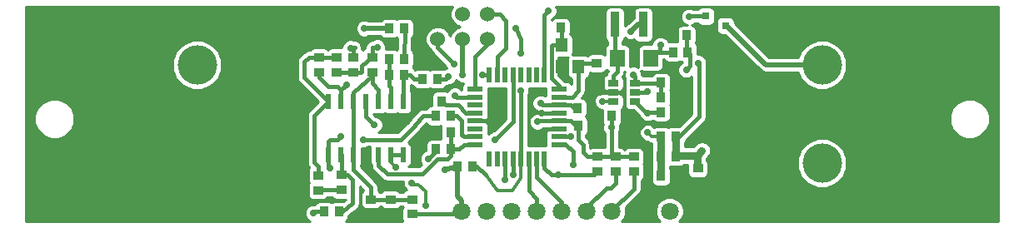
<source format=gbr>
G04 #@! TF.FileFunction,Copper,L1,Top,Signal*
%FSLAX46Y46*%
G04 Gerber Fmt 4.6, Leading zero omitted, Abs format (unit mm)*
G04 Created by KiCad (PCBNEW 4.0.7) date 04/26/19 15:52:11*
%MOMM*%
%LPD*%
G01*
G04 APERTURE LIST*
%ADD10C,0.050000*%
%ADD11R,0.899160X1.000760*%
%ADD12R,0.900000X1.000000*%
%ADD13R,1.000760X0.899160*%
%ADD14R,1.000000X0.900000*%
%ADD15R,1.520000X1.680000*%
%ADD16C,1.800000*%
%ADD17C,1.524000*%
%ADD18R,0.900000X2.500000*%
%ADD19R,0.800100X0.800100*%
%ADD20C,4.000000*%
%ADD21R,0.600000X1.500000*%
%ADD22R,1.600000X0.550000*%
%ADD23R,0.550000X1.600000*%
%ADD24R,1.060000X0.650000*%
%ADD25R,1.200000X1.400000*%
%ADD26C,0.700000*%
%ADD27C,0.500000*%
%ADD28C,0.400000*%
%ADD29C,0.300000*%
%ADD30C,0.800000*%
%ADD31C,0.254000*%
G04 APERTURE END LIST*
D10*
D11*
X125051840Y-58900000D03*
D12*
X123548160Y-58900000D03*
D13*
X121650000Y-74701840D03*
D14*
X121650000Y-73198160D03*
D11*
X147651840Y-64700000D03*
D12*
X146148160Y-64700000D03*
D13*
X119900000Y-60251840D03*
D14*
X119900000Y-58748160D03*
D13*
X118200000Y-60251840D03*
D14*
X118200000Y-58748160D03*
D11*
X144151840Y-63900000D03*
D12*
X142648160Y-63900000D03*
D11*
X144251840Y-65700000D03*
D12*
X142748160Y-65700000D03*
D11*
X127348160Y-63200000D03*
D12*
X128851840Y-63200000D03*
D13*
X118650000Y-72201840D03*
D14*
X118650000Y-70698160D03*
D11*
X128248160Y-66400000D03*
D12*
X129751840Y-66400000D03*
D11*
X142451840Y-55700000D03*
D12*
X140948160Y-55700000D03*
D13*
X144600000Y-57848160D03*
D14*
X144600000Y-59351840D03*
D11*
X152651840Y-61300000D03*
D12*
X151148160Y-61300000D03*
D11*
X152651840Y-62800000D03*
D12*
X151148160Y-62800000D03*
D11*
X151148160Y-66800000D03*
D12*
X152651840Y-66800000D03*
D13*
X154900000Y-71551840D03*
D14*
X154900000Y-70048160D03*
D15*
X146700000Y-58800000D03*
X150100000Y-58800000D03*
D16*
X154559840Y-74400000D03*
X152019840Y-74400000D03*
D17*
X128460000Y-56870000D03*
X131000000Y-56870000D03*
X133540000Y-56870000D03*
X133540000Y-54330000D03*
X131000000Y-54330000D03*
X128460000Y-54330000D03*
D18*
X149350000Y-55400000D03*
X146450000Y-55400000D03*
D19*
X155699240Y-54550000D03*
X155699240Y-56450000D03*
X157698220Y-55500000D03*
D13*
X148400000Y-68848160D03*
X148400000Y-70351840D03*
X146500000Y-68848160D03*
X146500000Y-70351840D03*
X125850000Y-74701840D03*
X125850000Y-73198160D03*
D11*
X123548160Y-55800000D03*
X125051840Y-55800000D03*
D13*
X123650000Y-74701840D03*
X123650000Y-73198160D03*
D11*
X123548160Y-60500000D03*
X125051840Y-60500000D03*
X126898160Y-60950000D03*
X128401840Y-60950000D03*
D13*
X121800000Y-58748160D03*
X121800000Y-60251840D03*
X116400000Y-60251840D03*
X116400000Y-58748160D03*
X116300000Y-70748160D03*
X116300000Y-72251840D03*
D11*
X118401840Y-74450000D03*
X116898160Y-74450000D03*
X128248160Y-64700000D03*
X129751840Y-64700000D03*
X128248160Y-68100000D03*
X129751840Y-68100000D03*
D13*
X144700000Y-70351840D03*
X144700000Y-68848160D03*
D11*
X152651840Y-64300000D03*
X151148160Y-64300000D03*
X153851840Y-58200000D03*
X152348160Y-58200000D03*
X152248160Y-56500000D03*
X153751840Y-56500000D03*
X151148160Y-68800000D03*
X152651840Y-68800000D03*
X152651840Y-70800000D03*
X151148160Y-70800000D03*
X131951840Y-69800000D03*
X130448160Y-69800000D03*
D20*
X104000000Y-69500000D03*
X104000000Y-59500000D03*
D21*
X124960000Y-63250000D03*
X123690000Y-63250000D03*
X122420000Y-63250000D03*
X121150000Y-63250000D03*
X119880000Y-63250000D03*
X118610000Y-63250000D03*
X117340000Y-63250000D03*
X117340000Y-68650000D03*
X118610000Y-68650000D03*
X119880000Y-68650000D03*
X121150000Y-68650000D03*
X122420000Y-68650000D03*
X123690000Y-68650000D03*
X124960000Y-68650000D03*
D22*
X140750000Y-67600000D03*
X140750000Y-66800000D03*
X140750000Y-66000000D03*
X140750000Y-65200000D03*
X140750000Y-64400000D03*
X140750000Y-63600000D03*
X140750000Y-62800000D03*
X140750000Y-62000000D03*
D23*
X139300000Y-60550000D03*
X138500000Y-60550000D03*
X137700000Y-60550000D03*
X136900000Y-60550000D03*
X136100000Y-60550000D03*
X135300000Y-60550000D03*
X134500000Y-60550000D03*
X133700000Y-60550000D03*
D22*
X132250000Y-62000000D03*
X132250000Y-62800000D03*
X132250000Y-63600000D03*
X132250000Y-64400000D03*
X132250000Y-65200000D03*
X132250000Y-66000000D03*
X132250000Y-66800000D03*
X132250000Y-67600000D03*
D23*
X133700000Y-69050000D03*
X134500000Y-69050000D03*
X135300000Y-69050000D03*
X136100000Y-69050000D03*
X136900000Y-69050000D03*
X137700000Y-69050000D03*
X138500000Y-69050000D03*
X139300000Y-69050000D03*
D24*
X146300000Y-61350000D03*
X146300000Y-62300000D03*
X146300000Y-63250000D03*
X148500000Y-63250000D03*
X148500000Y-61350000D03*
X148500000Y-62300000D03*
D20*
X167500000Y-59500000D03*
X167500000Y-69500000D03*
D25*
X141050000Y-57500000D03*
X141050000Y-59700000D03*
X142750000Y-57500000D03*
X142750000Y-59700000D03*
D16*
X148690000Y-74400000D03*
X146150000Y-74400000D03*
X141070000Y-74400000D03*
X143610000Y-74400000D03*
X130910000Y-74400000D03*
X133450000Y-74400000D03*
X138530000Y-74400000D03*
X135990000Y-74400000D03*
D26*
X144900000Y-62300000D03*
X141500000Y-61000000D03*
X126300000Y-62200000D03*
X121700000Y-70600000D03*
X120200000Y-74700000D03*
X126800000Y-67200000D03*
X138700000Y-66700000D03*
X134200000Y-65600000D03*
X139000000Y-64400000D03*
X136900000Y-58300000D03*
X136400000Y-55800000D03*
X136900000Y-62100000D03*
X145200000Y-63200000D03*
X149800000Y-66400000D03*
X155300000Y-68200000D03*
X154900000Y-59300000D03*
X151100000Y-57500000D03*
X135300000Y-71200000D03*
X136100000Y-70700000D03*
X146100000Y-65900000D03*
X148300000Y-60500000D03*
X148100000Y-56100000D03*
X131000000Y-60500000D03*
X138600000Y-65300000D03*
X138900000Y-63400000D03*
X122000000Y-65600000D03*
X130200000Y-62600000D03*
X129200000Y-70200000D03*
X122300000Y-57700000D03*
X129500000Y-60700000D03*
X119600000Y-57800000D03*
X119200000Y-61500000D03*
X140700000Y-70700000D03*
X125800000Y-71500000D03*
X124200000Y-69900000D03*
X127200000Y-73800000D03*
X142200000Y-69700000D03*
X130100000Y-59400000D03*
X133000000Y-60500000D03*
X154000000Y-54600000D03*
X139700000Y-54000000D03*
X121000000Y-55800000D03*
X118600000Y-66800000D03*
X120900000Y-67100000D03*
X115800000Y-74600000D03*
X117500000Y-70000000D03*
X127500000Y-69100000D03*
X134300000Y-67100000D03*
X149800000Y-64400000D03*
X142000000Y-66800000D03*
X153700000Y-60000000D03*
X149800000Y-62200000D03*
D27*
X146300000Y-62300000D02*
X144900000Y-62300000D01*
D28*
X141050000Y-59700000D02*
X141050000Y-60550000D01*
X141050000Y-60550000D02*
X141500000Y-61000000D01*
X127348160Y-63200000D02*
X127300000Y-63200000D01*
X127300000Y-63200000D02*
X126300000Y-62200000D01*
X121150000Y-68650000D02*
X121150000Y-70050000D01*
X121150000Y-70050000D02*
X121700000Y-70600000D01*
D27*
X121650000Y-74701840D02*
X120201840Y-74701840D01*
X120201840Y-74701840D02*
X120200000Y-74700000D01*
X123650000Y-74701840D02*
X121650000Y-74701840D01*
D28*
X128248160Y-66400000D02*
X127600000Y-66400000D01*
X127600000Y-66400000D02*
X126800000Y-67200000D01*
X140750000Y-66000000D02*
X139400000Y-66000000D01*
X139400000Y-66000000D02*
X138700000Y-66700000D01*
X132250000Y-65200000D02*
X133800000Y-65200000D01*
X133800000Y-65200000D02*
X134200000Y-65600000D01*
X140750000Y-64400000D02*
X139000000Y-64400000D01*
X141050000Y-57500000D02*
X141050000Y-55801840D01*
X141050000Y-55801840D02*
X140948160Y-55700000D01*
X140750000Y-62000000D02*
X140750000Y-61650000D01*
X140100000Y-57500000D02*
X141050000Y-57500000D01*
X140000000Y-57600000D02*
X140100000Y-57500000D01*
X140000000Y-60900000D02*
X140000000Y-57600000D01*
X140750000Y-61650000D02*
X140000000Y-60900000D01*
X144600000Y-59351840D02*
X143098160Y-59351840D01*
X143098160Y-59351840D02*
X142750000Y-59700000D01*
X140750000Y-62800000D02*
X142100000Y-62800000D01*
X142750000Y-62150000D02*
X142750000Y-59700000D01*
X142100000Y-62800000D02*
X142750000Y-62150000D01*
D29*
X136900000Y-69050000D02*
X136900000Y-71000000D01*
X134500000Y-72300000D02*
X133300000Y-70700000D01*
X136000000Y-72300000D02*
X134500000Y-72300000D01*
X136900000Y-71000000D02*
X136000000Y-72300000D01*
D28*
X136900000Y-56900000D02*
X136900000Y-58300000D01*
X136400000Y-55800000D02*
X136900000Y-56900000D01*
X136900000Y-67100000D02*
X136900000Y-62100000D01*
X131951840Y-69800000D02*
X132400000Y-69800000D01*
X132400000Y-69800000D02*
X133300000Y-70700000D01*
X136900000Y-67100000D02*
X136900000Y-69050000D01*
D29*
X146300000Y-63250000D02*
X145250000Y-63250000D01*
X145250000Y-63250000D02*
X145200000Y-63200000D01*
X151148160Y-66800000D02*
X150200000Y-66800000D01*
X150200000Y-66800000D02*
X149800000Y-66400000D01*
D30*
X151148160Y-68800000D02*
X151148160Y-66800000D01*
X151148160Y-70800000D02*
X151148160Y-68800000D01*
X152651840Y-68800000D02*
X152651840Y-66800000D01*
X155300000Y-68200000D02*
X154800000Y-68700000D01*
X154800000Y-68700000D02*
X152751840Y-68700000D01*
X152751840Y-68700000D02*
X152651840Y-68800000D01*
X154800000Y-68700000D02*
X154800000Y-69948160D01*
X154800000Y-69948160D02*
X154900000Y-70048160D01*
D28*
X152651840Y-66800000D02*
X153000000Y-66800000D01*
X153000000Y-66800000D02*
X155000000Y-64800000D01*
X155000000Y-64800000D02*
X155000000Y-59400000D01*
X155000000Y-59400000D02*
X154900000Y-59300000D01*
X151100000Y-57500000D02*
X151000000Y-57600000D01*
X151000000Y-57600000D02*
X151000000Y-58200000D01*
X152348160Y-58200000D02*
X151000000Y-58200000D01*
X151000000Y-58200000D02*
X150700000Y-58200000D01*
X150700000Y-58200000D02*
X150100000Y-58800000D01*
X143610000Y-74400000D02*
X143610000Y-73990000D01*
X143610000Y-73990000D02*
X145600000Y-72000000D01*
X146500000Y-71500000D02*
X146500000Y-70351840D01*
X146000000Y-72000000D02*
X146500000Y-71500000D01*
X145600000Y-72000000D02*
X146000000Y-72000000D01*
X135300000Y-69050000D02*
X135300000Y-71200000D01*
X146150000Y-74400000D02*
X146150000Y-74350000D01*
X146150000Y-74350000D02*
X148400000Y-72100000D01*
X148400000Y-72100000D02*
X148400000Y-70351840D01*
X136100000Y-69050000D02*
X136100000Y-70100000D01*
X136100000Y-70100000D02*
X136100000Y-70700000D01*
X125051840Y-60500000D02*
X125600000Y-60500000D01*
X126050000Y-60950000D02*
X126898160Y-60950000D01*
X125600000Y-60500000D02*
X126050000Y-60950000D01*
X124960000Y-63250000D02*
X124960000Y-60591840D01*
X124960000Y-60591840D02*
X125051840Y-60500000D01*
X125051840Y-58900000D02*
X125101840Y-55850000D01*
X125101840Y-55850000D02*
X125051840Y-55800000D01*
X123548160Y-58900000D02*
X123548160Y-60500000D01*
X123690000Y-63250000D02*
X123690000Y-61790000D01*
X123548160Y-61648160D02*
X123548160Y-60500000D01*
X123690000Y-61790000D02*
X123548160Y-61648160D01*
X122420000Y-63250000D02*
X122420000Y-62020000D01*
X122420000Y-62020000D02*
X121800000Y-61400000D01*
X121800000Y-61400000D02*
X121800000Y-60251840D01*
X119880000Y-63250000D02*
X119880000Y-68650000D01*
X119880000Y-68650000D02*
X119880000Y-70180000D01*
X119880000Y-70180000D02*
X121650000Y-71950000D01*
X121650000Y-71950000D02*
X121650000Y-73198160D01*
X119880000Y-63250000D02*
X119880000Y-62320000D01*
X119880000Y-62320000D02*
X121800000Y-60600000D01*
X121800000Y-60600000D02*
X121800000Y-60251840D01*
X123650000Y-73198160D02*
X121650000Y-73198160D01*
X125850000Y-73198160D02*
X123650000Y-73198160D01*
X144700000Y-68848160D02*
X143648160Y-68848160D01*
X143200000Y-68400000D02*
X143200000Y-67600000D01*
X143648160Y-68848160D02*
X143200000Y-68400000D01*
X144700000Y-68848160D02*
X143800000Y-68848160D01*
X148400000Y-68848160D02*
X146500000Y-68848160D01*
X148500000Y-61350000D02*
X148500000Y-60700000D01*
X146100000Y-65900000D02*
X146148160Y-65900000D01*
X148500000Y-60700000D02*
X148300000Y-60500000D01*
X146148160Y-65900000D02*
X146200000Y-65900000D01*
X146200000Y-65900000D02*
X146148160Y-65900000D01*
D27*
X148100000Y-56100000D02*
X148800000Y-55400000D01*
X148800000Y-55400000D02*
X149350000Y-55400000D01*
D28*
X151148160Y-61300000D02*
X151148160Y-62800000D01*
X148500000Y-61350000D02*
X151098160Y-61350000D01*
X151098160Y-61350000D02*
X151148160Y-61300000D01*
X146148160Y-64700000D02*
X146148160Y-65900000D01*
X146148160Y-65900000D02*
X146148160Y-68696320D01*
X146148160Y-68696320D02*
X146300000Y-68848160D01*
X144700000Y-68848160D02*
X145051840Y-68848160D01*
D27*
X131000000Y-56870000D02*
X131000000Y-60500000D01*
D28*
X140750000Y-65200000D02*
X138700000Y-65200000D01*
X138700000Y-65200000D02*
X138600000Y-65300000D01*
X139100000Y-63600000D02*
X140750000Y-63600000D01*
X138900000Y-63400000D02*
X139100000Y-63600000D01*
X121150000Y-63250000D02*
X121150000Y-64750000D01*
X121150000Y-64750000D02*
X122000000Y-65600000D01*
X125850000Y-74701840D02*
X130608160Y-74701840D01*
X130608160Y-74701840D02*
X130910000Y-74400000D01*
X146300000Y-68848160D02*
X143800000Y-68848160D01*
X142748160Y-67148160D02*
X142748160Y-65700000D01*
X143200000Y-67600000D02*
X142748160Y-67148160D01*
X142748160Y-65700000D02*
X142500000Y-65700000D01*
X142500000Y-65700000D02*
X142000000Y-65200000D01*
X142000000Y-65200000D02*
X140750000Y-65200000D01*
X142648160Y-63900000D02*
X142300000Y-63900000D01*
X142300000Y-63900000D02*
X142000000Y-63600000D01*
X142000000Y-63600000D02*
X140750000Y-63600000D01*
X132250000Y-62800000D02*
X130400000Y-62800000D01*
X130400000Y-62800000D02*
X130200000Y-62600000D01*
D27*
X129200000Y-70200000D02*
X130448160Y-69800000D01*
X130910000Y-74400000D02*
X130910000Y-73310000D01*
X130448160Y-72848160D02*
X130448160Y-69800000D01*
X130910000Y-73310000D02*
X130448160Y-72848160D01*
D28*
X128401840Y-60950000D02*
X129250000Y-60950000D01*
X121800000Y-57700000D02*
X121800000Y-58748160D01*
X122300000Y-57700000D02*
X121800000Y-57700000D01*
X129250000Y-60950000D02*
X129500000Y-60700000D01*
X121800000Y-58748160D02*
X121751840Y-58748160D01*
X121751840Y-58748160D02*
X120700000Y-59600000D01*
X120700000Y-59600000D02*
X120700000Y-60200000D01*
X120700000Y-60200000D02*
X120648160Y-60251840D01*
X120648160Y-60251840D02*
X119900000Y-60251840D01*
X119900000Y-60251840D02*
X118200000Y-60251840D01*
X118610000Y-63250000D02*
X118610000Y-62090000D01*
X119900000Y-57800000D02*
X119900000Y-58748160D01*
X120000000Y-57700000D02*
X119900000Y-57800000D01*
X119700000Y-57700000D02*
X120000000Y-57700000D01*
X119600000Y-57800000D02*
X119700000Y-57700000D01*
X118610000Y-62090000D02*
X119200000Y-61500000D01*
X116400000Y-60251840D02*
X116400000Y-60800000D01*
X118610000Y-62010000D02*
X118610000Y-63250000D01*
X118300000Y-61700000D02*
X118610000Y-62010000D01*
X117300000Y-61700000D02*
X118300000Y-61700000D01*
X116400000Y-60800000D02*
X117300000Y-61700000D01*
X116300000Y-70748160D02*
X116300000Y-69800000D01*
X115900000Y-64690000D02*
X117340000Y-63250000D01*
X115900000Y-69400000D02*
X115900000Y-64690000D01*
X116300000Y-69800000D02*
X115900000Y-69400000D01*
X116400000Y-58748160D02*
X118200000Y-58748160D01*
X117340000Y-63250000D02*
X117340000Y-63240000D01*
X117340000Y-63240000D02*
X114900000Y-60800000D01*
X114900000Y-60800000D02*
X114900000Y-59200000D01*
X114900000Y-59200000D02*
X115351840Y-58748160D01*
X115351840Y-58748160D02*
X116400000Y-58748160D01*
X132250000Y-64400000D02*
X131300000Y-64400000D01*
X130500000Y-63600000D02*
X129251840Y-63600000D01*
X131300000Y-64400000D02*
X130500000Y-63600000D01*
X129251840Y-63600000D02*
X128851840Y-63200000D01*
X118650000Y-72201840D02*
X116350000Y-72201840D01*
X116350000Y-72201840D02*
X116300000Y-72251840D01*
X119800000Y-72100000D02*
X119800000Y-71200000D01*
X119298160Y-70698160D02*
X118650000Y-70698160D01*
X119800000Y-71200000D02*
X119298160Y-70698160D01*
X118401840Y-74450000D02*
X118750000Y-74450000D01*
X118750000Y-74450000D02*
X119800000Y-73600000D01*
X119800000Y-73600000D02*
X119800000Y-72100000D01*
X118898160Y-70698160D02*
X118650000Y-70698160D01*
X118650000Y-70698160D02*
X118650000Y-68690000D01*
X118650000Y-68690000D02*
X118610000Y-68650000D01*
X122420000Y-68650000D02*
X122420000Y-69720000D01*
X129751840Y-68748160D02*
X129751840Y-68100000D01*
X129400000Y-69100000D02*
X129751840Y-68748160D01*
X128400000Y-69100000D02*
X129400000Y-69100000D01*
X126900000Y-70600000D02*
X128400000Y-69100000D01*
X123300000Y-70600000D02*
X126900000Y-70600000D01*
X122420000Y-69720000D02*
X123300000Y-70600000D01*
X129751840Y-68100000D02*
X129751840Y-66400000D01*
X132250000Y-67600000D02*
X131100000Y-67600000D01*
X130600000Y-68100000D02*
X129751840Y-68100000D01*
X131100000Y-67600000D02*
X130600000Y-68100000D01*
X146300000Y-61350000D02*
X146300000Y-60600000D01*
X146700000Y-60200000D02*
X146700000Y-58800000D01*
X146300000Y-60600000D02*
X146700000Y-60200000D01*
X146450000Y-55400000D02*
X146450000Y-58550000D01*
X146450000Y-58550000D02*
X146700000Y-58800000D01*
X139300000Y-69050000D02*
X139300000Y-70000000D01*
X140000000Y-70700000D02*
X140700000Y-70700000D01*
X139300000Y-70000000D02*
X140000000Y-70700000D01*
X140700000Y-70700000D02*
X144351840Y-70700000D01*
X144351840Y-70700000D02*
X144700000Y-70351840D01*
X138500000Y-69050000D02*
X138500000Y-70900000D01*
X141070000Y-73470000D02*
X141070000Y-74400000D01*
X138500000Y-70900000D02*
X141070000Y-73470000D01*
D29*
X127200000Y-73800000D02*
X127200000Y-72400000D01*
X126000000Y-71700000D02*
X125800000Y-71500000D01*
X126500000Y-71700000D02*
X126000000Y-71700000D01*
X127200000Y-72400000D02*
X126500000Y-71700000D01*
X123690000Y-68650000D02*
X123690000Y-69390000D01*
X123690000Y-69390000D02*
X124200000Y-69900000D01*
D28*
X123690000Y-68650000D02*
X124960000Y-68650000D01*
X138530000Y-74400000D02*
X138530000Y-73130000D01*
X137700000Y-72300000D02*
X137700000Y-69050000D01*
X138530000Y-73130000D02*
X137700000Y-72300000D01*
X140750000Y-67600000D02*
X141500000Y-67600000D01*
X141500000Y-67600000D02*
X142200000Y-68300000D01*
X142200000Y-68300000D02*
X142200000Y-69700000D01*
X128460000Y-56870000D02*
X128460000Y-57760000D01*
X128460000Y-57760000D02*
X130100000Y-59400000D01*
X133700000Y-60550000D02*
X133050000Y-60550000D01*
X133050000Y-60550000D02*
X133000000Y-60500000D01*
X132250000Y-62000000D02*
X132250000Y-58650000D01*
X132250000Y-58650000D02*
X133540000Y-57360000D01*
D27*
X133540000Y-57360000D02*
X133540000Y-56870000D01*
D28*
X133540000Y-54330000D02*
X134730000Y-54330000D01*
X134500000Y-58700000D02*
X134500000Y-60550000D01*
X135400000Y-57800000D02*
X134500000Y-58700000D01*
X135400000Y-55000000D02*
X135400000Y-57800000D01*
X134730000Y-54330000D02*
X135400000Y-55000000D01*
X139300000Y-60550000D02*
X139300000Y-54400000D01*
X154050000Y-54550000D02*
X155699240Y-54550000D01*
X154000000Y-54600000D02*
X154050000Y-54550000D01*
X139300000Y-54400000D02*
X139700000Y-54000000D01*
D27*
X157698220Y-55500000D02*
X157800000Y-55500000D01*
X157800000Y-55500000D02*
X161800000Y-59500000D01*
X161800000Y-59500000D02*
X167500000Y-59500000D01*
X123548160Y-55800000D02*
X121000000Y-55800000D01*
D28*
X128248160Y-64700000D02*
X127000000Y-64700000D01*
X117340000Y-67260000D02*
X117340000Y-68650000D01*
X117500000Y-67100000D02*
X117340000Y-67260000D01*
X118300000Y-67100000D02*
X117500000Y-67100000D01*
X118600000Y-66800000D02*
X118300000Y-67100000D01*
X124700000Y-67100000D02*
X120900000Y-67100000D01*
X126100000Y-65700000D02*
X124700000Y-67100000D01*
X126100000Y-65600000D02*
X126100000Y-65700000D01*
X127000000Y-64700000D02*
X126100000Y-65600000D01*
X117340000Y-68650000D02*
X117340000Y-69840000D01*
X115950000Y-74450000D02*
X116898160Y-74450000D01*
X115800000Y-74600000D02*
X115950000Y-74450000D01*
X117340000Y-69840000D02*
X117500000Y-70000000D01*
X132250000Y-66800000D02*
X131100000Y-66800000D01*
X130400000Y-64700000D02*
X129751840Y-64700000D01*
X130900000Y-65200000D02*
X130400000Y-64700000D01*
X130900000Y-66600000D02*
X130900000Y-65200000D01*
X131100000Y-66800000D02*
X130900000Y-66600000D01*
X128248160Y-68100000D02*
X128248160Y-68351840D01*
X128248160Y-68351840D02*
X127500000Y-69100000D01*
X136100000Y-60550000D02*
X136100000Y-65300000D01*
X136100000Y-65300000D02*
X134300000Y-67100000D01*
X149800000Y-64400000D02*
X149650000Y-64400000D01*
X149650000Y-64400000D02*
X148500000Y-63250000D01*
X140750000Y-66800000D02*
X142000000Y-66800000D01*
X149900000Y-64300000D02*
X151148160Y-64300000D01*
X149800000Y-64400000D02*
X149900000Y-64300000D01*
X148500000Y-62300000D02*
X149700000Y-62300000D01*
X154100000Y-59600000D02*
X154100000Y-58448160D01*
X153700000Y-60000000D02*
X154100000Y-59600000D01*
X149700000Y-62300000D02*
X149800000Y-62200000D01*
X154100000Y-58448160D02*
X153851840Y-58200000D01*
X153751840Y-56500000D02*
X153751840Y-58100000D01*
X153751840Y-58100000D02*
X153851840Y-58200000D01*
D31*
G36*
X120923000Y-72251134D02*
X120923000Y-72267985D01*
X120775340Y-72363002D01*
X120655010Y-72539111D01*
X120612676Y-72748160D01*
X120612676Y-73648160D01*
X120649423Y-73843454D01*
X120764842Y-74022820D01*
X120940951Y-74143150D01*
X121150000Y-74185484D01*
X122150000Y-74185484D01*
X122345294Y-74148737D01*
X122524660Y-74033318D01*
X122598561Y-73925160D01*
X122701890Y-73925160D01*
X122764462Y-74022400D01*
X122940571Y-74142730D01*
X123149620Y-74185064D01*
X124150380Y-74185064D01*
X124345674Y-74148317D01*
X124525040Y-74032898D01*
X124598654Y-73925160D01*
X124901890Y-73925160D01*
X124918089Y-73950335D01*
X124854630Y-74043211D01*
X124812296Y-74252260D01*
X124812296Y-75151420D01*
X124849043Y-75346714D01*
X124898132Y-75423000D01*
X119090160Y-75423000D01*
X119226080Y-75335538D01*
X119346410Y-75159429D01*
X119388744Y-74950380D01*
X119388744Y-74868277D01*
X120257427Y-74165057D01*
X120282051Y-74135459D01*
X120314067Y-74114067D01*
X120372074Y-74027253D01*
X120438846Y-73946994D01*
X120450270Y-73910224D01*
X120471660Y-73878211D01*
X120492028Y-73775817D01*
X120523006Y-73676106D01*
X120519489Y-73637762D01*
X120527000Y-73600000D01*
X120527000Y-71855134D01*
X120923000Y-72251134D01*
X120923000Y-72251134D01*
G37*
X120923000Y-72251134D02*
X120923000Y-72267985D01*
X120775340Y-72363002D01*
X120655010Y-72539111D01*
X120612676Y-72748160D01*
X120612676Y-73648160D01*
X120649423Y-73843454D01*
X120764842Y-74022820D01*
X120940951Y-74143150D01*
X121150000Y-74185484D01*
X122150000Y-74185484D01*
X122345294Y-74148737D01*
X122524660Y-74033318D01*
X122598561Y-73925160D01*
X122701890Y-73925160D01*
X122764462Y-74022400D01*
X122940571Y-74142730D01*
X123149620Y-74185064D01*
X124150380Y-74185064D01*
X124345674Y-74148317D01*
X124525040Y-74032898D01*
X124598654Y-73925160D01*
X124901890Y-73925160D01*
X124918089Y-73950335D01*
X124854630Y-74043211D01*
X124812296Y-74252260D01*
X124812296Y-75151420D01*
X124849043Y-75346714D01*
X124898132Y-75423000D01*
X119090160Y-75423000D01*
X119226080Y-75335538D01*
X119346410Y-75159429D01*
X119388744Y-74950380D01*
X119388744Y-74868277D01*
X120257427Y-74165057D01*
X120282051Y-74135459D01*
X120314067Y-74114067D01*
X120372074Y-74027253D01*
X120438846Y-73946994D01*
X120450270Y-73910224D01*
X120471660Y-73878211D01*
X120492028Y-73775817D01*
X120523006Y-73676106D01*
X120519489Y-73637762D01*
X120527000Y-73600000D01*
X120527000Y-71855134D01*
X120923000Y-72251134D01*
G36*
X129907876Y-53598887D02*
X129711224Y-54072477D01*
X129710777Y-54585273D01*
X129906602Y-55059206D01*
X130268887Y-55422124D01*
X130697730Y-55600196D01*
X130270794Y-55776602D01*
X129907876Y-56138887D01*
X129729804Y-56567730D01*
X129553398Y-56140794D01*
X129191113Y-55777876D01*
X128717523Y-55581224D01*
X128204727Y-55580777D01*
X127730794Y-55776602D01*
X127367876Y-56138887D01*
X127171224Y-56612477D01*
X127170777Y-57125273D01*
X127366602Y-57599206D01*
X127728887Y-57962124D01*
X127777195Y-57982183D01*
X127788340Y-58038211D01*
X127919223Y-58234093D01*
X127945933Y-58274067D01*
X129222869Y-59551002D01*
X129222849Y-59573681D01*
X129325878Y-59823031D01*
X129024843Y-59947416D01*
X128851420Y-59912296D01*
X127952260Y-59912296D01*
X127756966Y-59949043D01*
X127649665Y-60018089D01*
X127556789Y-59954630D01*
X127347740Y-59912296D01*
X126448580Y-59912296D01*
X126253286Y-59949043D01*
X126146130Y-60017996D01*
X126114067Y-59985933D01*
X126070689Y-59956949D01*
X126024966Y-59926398D01*
X126001997Y-59804326D01*
X125934700Y-59699744D01*
X125996410Y-59609429D01*
X126038744Y-59400380D01*
X126038744Y-58399620D01*
X126001997Y-58204326D01*
X125886578Y-58024960D01*
X125794316Y-57961920D01*
X125814591Y-56725105D01*
X125876080Y-56685538D01*
X125996410Y-56509429D01*
X126038744Y-56300380D01*
X126038744Y-55299620D01*
X126001997Y-55104326D01*
X125886578Y-54924960D01*
X125710469Y-54804630D01*
X125501420Y-54762296D01*
X124602260Y-54762296D01*
X124406966Y-54799043D01*
X124299665Y-54868089D01*
X124206789Y-54804630D01*
X123997740Y-54762296D01*
X123098580Y-54762296D01*
X122903286Y-54799043D01*
X122723920Y-54914462D01*
X122649759Y-55023000D01*
X121415670Y-55023000D01*
X121175211Y-54923153D01*
X120826319Y-54922849D01*
X120503869Y-55056082D01*
X120256949Y-55302571D01*
X120123153Y-55624789D01*
X120122849Y-55973681D01*
X120256082Y-56296131D01*
X120502571Y-56543051D01*
X120824789Y-56676847D01*
X121173681Y-56677151D01*
X121416066Y-56577000D01*
X122650335Y-56577000D01*
X122713422Y-56675040D01*
X122889531Y-56795370D01*
X123098580Y-56837704D01*
X123997740Y-56837704D01*
X124193034Y-56800957D01*
X124300335Y-56731911D01*
X124359621Y-56772419D01*
X124340450Y-57941845D01*
X124299595Y-57968135D01*
X124207209Y-57905010D01*
X123998160Y-57862676D01*
X123176858Y-57862676D01*
X123177151Y-57526319D01*
X123043918Y-57203869D01*
X122797429Y-56956949D01*
X122475211Y-56823153D01*
X122126319Y-56822849D01*
X121803869Y-56956082D01*
X121783667Y-56976249D01*
X121521789Y-57028340D01*
X121285933Y-57185933D01*
X121128340Y-57421789D01*
X121073000Y-57700000D01*
X121073000Y-57818161D01*
X120924960Y-57913422D01*
X120849623Y-58023681D01*
X120785158Y-57923500D01*
X120694821Y-57861775D01*
X120727000Y-57700000D01*
X120671660Y-57421789D01*
X120514067Y-57185933D01*
X120278211Y-57028340D01*
X120000000Y-56973000D01*
X119895256Y-56973000D01*
X119775211Y-56923153D01*
X119426319Y-56922849D01*
X119103869Y-57056082D01*
X118856949Y-57302571D01*
X118723153Y-57624789D01*
X118723030Y-57765500D01*
X118700000Y-57760836D01*
X117700000Y-57760836D01*
X117504706Y-57797583D01*
X117325340Y-57913002D01*
X117301224Y-57948297D01*
X117285538Y-57923920D01*
X117109429Y-57803590D01*
X116900380Y-57761256D01*
X115899620Y-57761256D01*
X115704326Y-57798003D01*
X115524960Y-57913422D01*
X115451346Y-58021160D01*
X115351840Y-58021160D01*
X115073629Y-58076500D01*
X114837773Y-58234093D01*
X114837771Y-58234096D01*
X114385933Y-58685933D01*
X114228340Y-58921789D01*
X114220297Y-58962226D01*
X114172999Y-59200000D01*
X114173000Y-59200005D01*
X114173000Y-60799995D01*
X114172999Y-60800000D01*
X114212013Y-60996131D01*
X114228340Y-61078211D01*
X114365175Y-61283000D01*
X114385933Y-61314067D01*
X116316866Y-63245000D01*
X115385933Y-64175933D01*
X115228340Y-64411789D01*
X115228340Y-64411790D01*
X115172999Y-64690000D01*
X115173000Y-64690005D01*
X115173000Y-69399995D01*
X115172999Y-69400000D01*
X115211847Y-69595294D01*
X115228340Y-69678211D01*
X115373186Y-69894990D01*
X115385933Y-69914067D01*
X115408856Y-69936990D01*
X115304630Y-70089531D01*
X115262296Y-70298580D01*
X115262296Y-71197740D01*
X115299043Y-71393034D01*
X115368089Y-71500335D01*
X115304630Y-71593211D01*
X115262296Y-71802260D01*
X115262296Y-72701420D01*
X115299043Y-72896714D01*
X115414462Y-73076080D01*
X115590571Y-73196410D01*
X115799620Y-73238744D01*
X116800380Y-73238744D01*
X116995674Y-73201997D01*
X117175040Y-73086578D01*
X117282818Y-72928840D01*
X117701890Y-72928840D01*
X117764462Y-73026080D01*
X117940571Y-73146410D01*
X118149620Y-73188744D01*
X119073000Y-73188744D01*
X119073000Y-73253169D01*
X118871426Y-73416347D01*
X118851420Y-73412296D01*
X117952260Y-73412296D01*
X117756966Y-73449043D01*
X117649665Y-73518089D01*
X117556789Y-73454630D01*
X117347740Y-73412296D01*
X116448580Y-73412296D01*
X116253286Y-73449043D01*
X116073920Y-73564462D01*
X115965596Y-73723000D01*
X115950000Y-73723000D01*
X115949344Y-73723130D01*
X115626319Y-73722849D01*
X115303869Y-73856082D01*
X115056949Y-74102571D01*
X114923153Y-74424789D01*
X114922849Y-74773681D01*
X115056082Y-75096131D01*
X115302571Y-75343051D01*
X115495110Y-75423000D01*
X86577000Y-75423000D01*
X86577000Y-65401426D01*
X87472649Y-65401426D01*
X87780591Y-66146703D01*
X88350298Y-66717405D01*
X89095036Y-67026647D01*
X89901426Y-67027351D01*
X90646703Y-66719409D01*
X91217405Y-66149702D01*
X91526647Y-65404964D01*
X91527351Y-64598574D01*
X91219409Y-63853297D01*
X90649702Y-63282595D01*
X89904964Y-62973353D01*
X89098574Y-62972649D01*
X88353297Y-63280591D01*
X87782595Y-63850298D01*
X87473353Y-64595036D01*
X87472649Y-65401426D01*
X86577000Y-65401426D01*
X86577000Y-60000446D01*
X101472562Y-60000446D01*
X101856464Y-60929561D01*
X102566700Y-61641037D01*
X103495143Y-62026561D01*
X104500446Y-62027438D01*
X105429561Y-61643536D01*
X106141037Y-60933300D01*
X106526561Y-60004857D01*
X106527438Y-58999554D01*
X106143536Y-58070439D01*
X105433300Y-57358963D01*
X104504857Y-56973439D01*
X103499554Y-56972562D01*
X102570439Y-57356464D01*
X101858963Y-58066700D01*
X101473439Y-58995143D01*
X101472562Y-60000446D01*
X86577000Y-60000446D01*
X86577000Y-53577000D01*
X129929801Y-53577000D01*
X129907876Y-53598887D01*
X129907876Y-53598887D01*
G37*
X129907876Y-53598887D02*
X129711224Y-54072477D01*
X129710777Y-54585273D01*
X129906602Y-55059206D01*
X130268887Y-55422124D01*
X130697730Y-55600196D01*
X130270794Y-55776602D01*
X129907876Y-56138887D01*
X129729804Y-56567730D01*
X129553398Y-56140794D01*
X129191113Y-55777876D01*
X128717523Y-55581224D01*
X128204727Y-55580777D01*
X127730794Y-55776602D01*
X127367876Y-56138887D01*
X127171224Y-56612477D01*
X127170777Y-57125273D01*
X127366602Y-57599206D01*
X127728887Y-57962124D01*
X127777195Y-57982183D01*
X127788340Y-58038211D01*
X127919223Y-58234093D01*
X127945933Y-58274067D01*
X129222869Y-59551002D01*
X129222849Y-59573681D01*
X129325878Y-59823031D01*
X129024843Y-59947416D01*
X128851420Y-59912296D01*
X127952260Y-59912296D01*
X127756966Y-59949043D01*
X127649665Y-60018089D01*
X127556789Y-59954630D01*
X127347740Y-59912296D01*
X126448580Y-59912296D01*
X126253286Y-59949043D01*
X126146130Y-60017996D01*
X126114067Y-59985933D01*
X126070689Y-59956949D01*
X126024966Y-59926398D01*
X126001997Y-59804326D01*
X125934700Y-59699744D01*
X125996410Y-59609429D01*
X126038744Y-59400380D01*
X126038744Y-58399620D01*
X126001997Y-58204326D01*
X125886578Y-58024960D01*
X125794316Y-57961920D01*
X125814591Y-56725105D01*
X125876080Y-56685538D01*
X125996410Y-56509429D01*
X126038744Y-56300380D01*
X126038744Y-55299620D01*
X126001997Y-55104326D01*
X125886578Y-54924960D01*
X125710469Y-54804630D01*
X125501420Y-54762296D01*
X124602260Y-54762296D01*
X124406966Y-54799043D01*
X124299665Y-54868089D01*
X124206789Y-54804630D01*
X123997740Y-54762296D01*
X123098580Y-54762296D01*
X122903286Y-54799043D01*
X122723920Y-54914462D01*
X122649759Y-55023000D01*
X121415670Y-55023000D01*
X121175211Y-54923153D01*
X120826319Y-54922849D01*
X120503869Y-55056082D01*
X120256949Y-55302571D01*
X120123153Y-55624789D01*
X120122849Y-55973681D01*
X120256082Y-56296131D01*
X120502571Y-56543051D01*
X120824789Y-56676847D01*
X121173681Y-56677151D01*
X121416066Y-56577000D01*
X122650335Y-56577000D01*
X122713422Y-56675040D01*
X122889531Y-56795370D01*
X123098580Y-56837704D01*
X123997740Y-56837704D01*
X124193034Y-56800957D01*
X124300335Y-56731911D01*
X124359621Y-56772419D01*
X124340450Y-57941845D01*
X124299595Y-57968135D01*
X124207209Y-57905010D01*
X123998160Y-57862676D01*
X123176858Y-57862676D01*
X123177151Y-57526319D01*
X123043918Y-57203869D01*
X122797429Y-56956949D01*
X122475211Y-56823153D01*
X122126319Y-56822849D01*
X121803869Y-56956082D01*
X121783667Y-56976249D01*
X121521789Y-57028340D01*
X121285933Y-57185933D01*
X121128340Y-57421789D01*
X121073000Y-57700000D01*
X121073000Y-57818161D01*
X120924960Y-57913422D01*
X120849623Y-58023681D01*
X120785158Y-57923500D01*
X120694821Y-57861775D01*
X120727000Y-57700000D01*
X120671660Y-57421789D01*
X120514067Y-57185933D01*
X120278211Y-57028340D01*
X120000000Y-56973000D01*
X119895256Y-56973000D01*
X119775211Y-56923153D01*
X119426319Y-56922849D01*
X119103869Y-57056082D01*
X118856949Y-57302571D01*
X118723153Y-57624789D01*
X118723030Y-57765500D01*
X118700000Y-57760836D01*
X117700000Y-57760836D01*
X117504706Y-57797583D01*
X117325340Y-57913002D01*
X117301224Y-57948297D01*
X117285538Y-57923920D01*
X117109429Y-57803590D01*
X116900380Y-57761256D01*
X115899620Y-57761256D01*
X115704326Y-57798003D01*
X115524960Y-57913422D01*
X115451346Y-58021160D01*
X115351840Y-58021160D01*
X115073629Y-58076500D01*
X114837773Y-58234093D01*
X114837771Y-58234096D01*
X114385933Y-58685933D01*
X114228340Y-58921789D01*
X114220297Y-58962226D01*
X114172999Y-59200000D01*
X114173000Y-59200005D01*
X114173000Y-60799995D01*
X114172999Y-60800000D01*
X114212013Y-60996131D01*
X114228340Y-61078211D01*
X114365175Y-61283000D01*
X114385933Y-61314067D01*
X116316866Y-63245000D01*
X115385933Y-64175933D01*
X115228340Y-64411789D01*
X115228340Y-64411790D01*
X115172999Y-64690000D01*
X115173000Y-64690005D01*
X115173000Y-69399995D01*
X115172999Y-69400000D01*
X115211847Y-69595294D01*
X115228340Y-69678211D01*
X115373186Y-69894990D01*
X115385933Y-69914067D01*
X115408856Y-69936990D01*
X115304630Y-70089531D01*
X115262296Y-70298580D01*
X115262296Y-71197740D01*
X115299043Y-71393034D01*
X115368089Y-71500335D01*
X115304630Y-71593211D01*
X115262296Y-71802260D01*
X115262296Y-72701420D01*
X115299043Y-72896714D01*
X115414462Y-73076080D01*
X115590571Y-73196410D01*
X115799620Y-73238744D01*
X116800380Y-73238744D01*
X116995674Y-73201997D01*
X117175040Y-73086578D01*
X117282818Y-72928840D01*
X117701890Y-72928840D01*
X117764462Y-73026080D01*
X117940571Y-73146410D01*
X118149620Y-73188744D01*
X119073000Y-73188744D01*
X119073000Y-73253169D01*
X118871426Y-73416347D01*
X118851420Y-73412296D01*
X117952260Y-73412296D01*
X117756966Y-73449043D01*
X117649665Y-73518089D01*
X117556789Y-73454630D01*
X117347740Y-73412296D01*
X116448580Y-73412296D01*
X116253286Y-73449043D01*
X116073920Y-73564462D01*
X115965596Y-73723000D01*
X115950000Y-73723000D01*
X115949344Y-73723130D01*
X115626319Y-73722849D01*
X115303869Y-73856082D01*
X115056949Y-74102571D01*
X114923153Y-74424789D01*
X114922849Y-74773681D01*
X115056082Y-75096131D01*
X115302571Y-75343051D01*
X115495110Y-75423000D01*
X86577000Y-75423000D01*
X86577000Y-65401426D01*
X87472649Y-65401426D01*
X87780591Y-66146703D01*
X88350298Y-66717405D01*
X89095036Y-67026647D01*
X89901426Y-67027351D01*
X90646703Y-66719409D01*
X91217405Y-66149702D01*
X91526647Y-65404964D01*
X91527351Y-64598574D01*
X91219409Y-63853297D01*
X90649702Y-63282595D01*
X89904964Y-62973353D01*
X89098574Y-62972649D01*
X88353297Y-63280591D01*
X87782595Y-63850298D01*
X87473353Y-64595036D01*
X87472649Y-65401426D01*
X86577000Y-65401426D01*
X86577000Y-60000446D01*
X101472562Y-60000446D01*
X101856464Y-60929561D01*
X102566700Y-61641037D01*
X103495143Y-62026561D01*
X104500446Y-62027438D01*
X105429561Y-61643536D01*
X106141037Y-60933300D01*
X106526561Y-60004857D01*
X106527438Y-58999554D01*
X106143536Y-58070439D01*
X105433300Y-57358963D01*
X104504857Y-56973439D01*
X103499554Y-56972562D01*
X102570439Y-57356464D01*
X101858963Y-58066700D01*
X101473439Y-58995143D01*
X101472562Y-60000446D01*
X86577000Y-60000446D01*
X86577000Y-53577000D01*
X129929801Y-53577000D01*
X129907876Y-53598887D01*
G36*
X185423000Y-75423000D02*
X153014900Y-75423000D01*
X153228887Y-75209386D01*
X153446592Y-74685093D01*
X153447088Y-74117397D01*
X153230297Y-73592725D01*
X152829226Y-73190953D01*
X152304933Y-72973248D01*
X151737237Y-72972752D01*
X151212565Y-73189543D01*
X150810793Y-73590614D01*
X150593088Y-74114907D01*
X150592592Y-74682603D01*
X150809383Y-75207275D01*
X151024732Y-75423000D01*
X147145060Y-75423000D01*
X147359047Y-75209386D01*
X147576752Y-74685093D01*
X147577248Y-74117397D01*
X147528563Y-73999571D01*
X148914064Y-72614069D01*
X148914067Y-72614067D01*
X149071660Y-72378211D01*
X149071661Y-72378210D01*
X149127001Y-72100000D01*
X149127000Y-72099995D01*
X149127000Y-71281839D01*
X149275040Y-71186578D01*
X149395370Y-71010469D01*
X149437704Y-70801420D01*
X149437704Y-69902260D01*
X149400957Y-69706966D01*
X149331911Y-69599665D01*
X149395370Y-69506789D01*
X149437704Y-69297740D01*
X149437704Y-68398580D01*
X149400957Y-68203286D01*
X149285538Y-68023920D01*
X149109429Y-67903590D01*
X148900380Y-67861256D01*
X147899620Y-67861256D01*
X147704326Y-67898003D01*
X147524960Y-68013422D01*
X147451346Y-68121160D01*
X147448110Y-68121160D01*
X147385538Y-68023920D01*
X147209429Y-67903590D01*
X147000380Y-67861256D01*
X146875160Y-67861256D01*
X146875160Y-66320102D01*
X146976847Y-66075211D01*
X146977151Y-65726319D01*
X146930166Y-65612605D01*
X146972820Y-65585158D01*
X147093150Y-65409049D01*
X147135484Y-65200000D01*
X147135484Y-64200000D01*
X147102700Y-64025768D01*
X147204660Y-63960158D01*
X147324990Y-63784049D01*
X147367324Y-63575000D01*
X147367324Y-62925000D01*
X147330577Y-62729706D01*
X147215158Y-62550340D01*
X147039049Y-62430010D01*
X146830000Y-62387676D01*
X145770000Y-62387676D01*
X145605254Y-62418675D01*
X145375211Y-62323153D01*
X145026319Y-62322849D01*
X144703869Y-62456082D01*
X144456949Y-62702571D01*
X144323153Y-63024789D01*
X144322849Y-63373681D01*
X144456082Y-63696131D01*
X144702571Y-63943051D01*
X145024789Y-64076847D01*
X145185747Y-64076987D01*
X145160836Y-64200000D01*
X145160836Y-65200000D01*
X145197583Y-65395294D01*
X145296281Y-65548675D01*
X145223153Y-65724789D01*
X145222849Y-66073681D01*
X145356082Y-66396131D01*
X145421160Y-66461323D01*
X145421160Y-67911605D01*
X145409429Y-67903590D01*
X145200380Y-67861256D01*
X144199620Y-67861256D01*
X144004326Y-67898003D01*
X143927000Y-67947761D01*
X143927000Y-67600000D01*
X143871660Y-67321789D01*
X143714067Y-67085933D01*
X143714064Y-67085931D01*
X143475160Y-66847026D01*
X143475160Y-66648001D01*
X143572820Y-66585158D01*
X143693150Y-66409049D01*
X143735484Y-66200000D01*
X143735484Y-65200000D01*
X143698737Y-65004706D01*
X143583318Y-64825340D01*
X143489271Y-64761081D01*
X143593150Y-64609049D01*
X143635484Y-64400000D01*
X143635484Y-63400000D01*
X143598737Y-63204706D01*
X143483318Y-63025340D01*
X143307209Y-62905010D01*
X143098160Y-62862676D01*
X143065457Y-62862676D01*
X143264064Y-62664069D01*
X143264067Y-62664067D01*
X143421660Y-62428211D01*
X143441254Y-62329706D01*
X143477001Y-62150000D01*
X143477000Y-62149995D01*
X143477000Y-60913427D01*
X143545294Y-60900577D01*
X143724660Y-60785158D01*
X143844990Y-60609049D01*
X143887324Y-60400000D01*
X143887324Y-60294352D01*
X143890951Y-60296830D01*
X144100000Y-60339164D01*
X145100000Y-60339164D01*
X145295294Y-60302417D01*
X145474660Y-60186998D01*
X145580456Y-60032161D01*
X145730951Y-60134990D01*
X145750508Y-60138950D01*
X145628340Y-60321789D01*
X145624884Y-60339164D01*
X145588551Y-60521818D01*
X145574706Y-60524423D01*
X145395340Y-60639842D01*
X145275010Y-60815951D01*
X145232676Y-61025000D01*
X145232676Y-61675000D01*
X145269423Y-61870294D01*
X145384842Y-62049660D01*
X145560951Y-62169990D01*
X145770000Y-62212324D01*
X146830000Y-62212324D01*
X147025294Y-62175577D01*
X147204660Y-62060158D01*
X147324990Y-61884049D01*
X147367324Y-61675000D01*
X147367324Y-61025000D01*
X147330577Y-60829706D01*
X147235512Y-60681972D01*
X147371660Y-60478211D01*
X147427000Y-60200000D01*
X147427000Y-60177324D01*
X147460000Y-60177324D01*
X147486452Y-60172347D01*
X147423153Y-60324789D01*
X147422849Y-60673681D01*
X147479137Y-60809910D01*
X147475010Y-60815951D01*
X147432676Y-61025000D01*
X147432676Y-61675000D01*
X147461937Y-61830508D01*
X147432676Y-61975000D01*
X147432676Y-62625000D01*
X147461937Y-62780508D01*
X147432676Y-62925000D01*
X147432676Y-63575000D01*
X147469423Y-63770294D01*
X147584842Y-63949660D01*
X147760951Y-64069990D01*
X147970000Y-64112324D01*
X148334190Y-64112324D01*
X149012485Y-64790618D01*
X149056082Y-64896131D01*
X149302571Y-65143051D01*
X149624789Y-65276847D01*
X149973681Y-65277151D01*
X150293970Y-65144811D01*
X150313422Y-65175040D01*
X150489531Y-65295370D01*
X150698580Y-65337704D01*
X151597740Y-65337704D01*
X151793034Y-65300957D01*
X151972400Y-65185538D01*
X152092730Y-65009429D01*
X152135064Y-64800380D01*
X152135064Y-63799620D01*
X152098317Y-63604326D01*
X152064237Y-63551364D01*
X152093150Y-63509049D01*
X152135484Y-63300000D01*
X152135484Y-62300000D01*
X152098737Y-62104706D01*
X152064327Y-62051232D01*
X152093150Y-62009049D01*
X152135484Y-61800000D01*
X152135484Y-60800000D01*
X152098737Y-60604706D01*
X151983318Y-60425340D01*
X151807209Y-60305010D01*
X151598160Y-60262676D01*
X150698160Y-60262676D01*
X150502866Y-60299423D01*
X150323500Y-60414842D01*
X150203170Y-60590951D01*
X150196680Y-60623000D01*
X149375145Y-60623000D01*
X149239049Y-60530010D01*
X149191262Y-60520333D01*
X149177044Y-60448858D01*
X149177151Y-60326319D01*
X149085171Y-60103710D01*
X149130951Y-60134990D01*
X149340000Y-60177324D01*
X150860000Y-60177324D01*
X151055294Y-60140577D01*
X151234660Y-60025158D01*
X151354990Y-59849049D01*
X151397324Y-59640000D01*
X151397324Y-58927000D01*
X151418161Y-58927000D01*
X151513422Y-59075040D01*
X151689531Y-59195370D01*
X151898580Y-59237704D01*
X152797740Y-59237704D01*
X152993034Y-59200957D01*
X153100335Y-59131911D01*
X153193211Y-59195370D01*
X153298970Y-59216787D01*
X153203869Y-59256082D01*
X152956949Y-59502571D01*
X152823153Y-59824789D01*
X152822849Y-60173681D01*
X152956082Y-60496131D01*
X153202571Y-60743051D01*
X153524789Y-60876847D01*
X153873681Y-60877151D01*
X154196131Y-60743918D01*
X154273000Y-60667183D01*
X154273000Y-64498866D01*
X153009190Y-65762676D01*
X152201840Y-65762676D01*
X152006546Y-65799423D01*
X151899748Y-65868146D01*
X151806789Y-65804630D01*
X151597740Y-65762296D01*
X150698580Y-65762296D01*
X150503286Y-65799043D01*
X150464311Y-65824123D01*
X150297429Y-65656949D01*
X149975211Y-65523153D01*
X149626319Y-65522849D01*
X149303869Y-65656082D01*
X149056949Y-65902571D01*
X148923153Y-66224789D01*
X148922849Y-66573681D01*
X149056082Y-66896131D01*
X149302571Y-67143051D01*
X149624789Y-67276847D01*
X149719507Y-67276930D01*
X149721288Y-67278711D01*
X149785761Y-67321790D01*
X149940923Y-67425466D01*
X150194275Y-67475861D01*
X150198003Y-67495674D01*
X150221160Y-67531661D01*
X150221160Y-68064856D01*
X150203590Y-68090571D01*
X150161256Y-68299620D01*
X150161256Y-69300380D01*
X150198003Y-69495674D01*
X150221160Y-69531661D01*
X150221160Y-70064856D01*
X150203590Y-70090571D01*
X150161256Y-70299620D01*
X150161256Y-71300380D01*
X150198003Y-71495674D01*
X150313422Y-71675040D01*
X150489531Y-71795370D01*
X150698580Y-71837704D01*
X151597740Y-71837704D01*
X151793034Y-71800957D01*
X151972400Y-71685538D01*
X152092730Y-71509429D01*
X152135064Y-71300380D01*
X152135064Y-70299620D01*
X152098317Y-70104326D01*
X152075160Y-70068339D01*
X152075160Y-69811965D01*
X152202260Y-69837704D01*
X153101420Y-69837704D01*
X153296714Y-69800957D01*
X153476080Y-69685538D01*
X153516077Y-69627000D01*
X153862676Y-69627000D01*
X153862676Y-70498160D01*
X153899423Y-70693454D01*
X154014842Y-70872820D01*
X154190951Y-70993150D01*
X154400000Y-71035484D01*
X155400000Y-71035484D01*
X155595294Y-70998737D01*
X155774660Y-70883318D01*
X155894990Y-70707209D01*
X155937324Y-70498160D01*
X155937324Y-70000446D01*
X164972562Y-70000446D01*
X165356464Y-70929561D01*
X166066700Y-71641037D01*
X166995143Y-72026561D01*
X168000446Y-72027438D01*
X168929561Y-71643536D01*
X169641037Y-70933300D01*
X170026561Y-70004857D01*
X170027438Y-68999554D01*
X169643536Y-68070439D01*
X168933300Y-67358963D01*
X168004857Y-66973439D01*
X166999554Y-66972562D01*
X166070439Y-67356464D01*
X165358963Y-68066700D01*
X164973439Y-68995143D01*
X164972562Y-70000446D01*
X155937324Y-70000446D01*
X155937324Y-69598160D01*
X155900577Y-69402866D01*
X155785158Y-69223500D01*
X155727000Y-69183762D01*
X155727000Y-69083976D01*
X155955488Y-68855488D01*
X156156437Y-68554747D01*
X156227000Y-68200000D01*
X156156437Y-67845253D01*
X155955488Y-67544512D01*
X155654747Y-67343563D01*
X155300000Y-67273000D01*
X154945253Y-67343563D01*
X154644512Y-67544512D01*
X154416024Y-67773000D01*
X153578840Y-67773000D01*
X153578840Y-67535378D01*
X153596830Y-67509049D01*
X153639164Y-67300000D01*
X153639164Y-67188970D01*
X155426708Y-65401426D01*
X180472649Y-65401426D01*
X180780591Y-66146703D01*
X181350298Y-66717405D01*
X182095036Y-67026647D01*
X182901426Y-67027351D01*
X183646703Y-66719409D01*
X184217405Y-66149702D01*
X184526647Y-65404964D01*
X184527351Y-64598574D01*
X184219409Y-63853297D01*
X183649702Y-63282595D01*
X182904964Y-62973353D01*
X182098574Y-62972649D01*
X181353297Y-63280591D01*
X180782595Y-63850298D01*
X180473353Y-64595036D01*
X180472649Y-65401426D01*
X155426708Y-65401426D01*
X155514067Y-65314067D01*
X155671660Y-65078211D01*
X155727000Y-64800000D01*
X155727000Y-59595256D01*
X155776847Y-59475211D01*
X155777151Y-59126319D01*
X155643918Y-58803869D01*
X155397429Y-58556949D01*
X155075211Y-58423153D01*
X154838744Y-58422947D01*
X154838744Y-57699620D01*
X154801997Y-57504326D01*
X154686578Y-57324960D01*
X154639466Y-57292770D01*
X154696410Y-57209429D01*
X154738744Y-57000380D01*
X154738744Y-55999620D01*
X154701997Y-55804326D01*
X154586578Y-55624960D01*
X154410469Y-55504630D01*
X154206932Y-55463412D01*
X154496131Y-55343918D01*
X154563166Y-55277000D01*
X154883331Y-55277000D01*
X154914032Y-55324710D01*
X155090141Y-55445040D01*
X155299190Y-55487374D01*
X156099290Y-55487374D01*
X156294584Y-55450627D01*
X156473950Y-55335208D01*
X156594280Y-55159099D01*
X156606258Y-55099950D01*
X156760846Y-55099950D01*
X156760846Y-55900050D01*
X156797593Y-56095344D01*
X156913012Y-56274710D01*
X157089121Y-56395040D01*
X157298170Y-56437374D01*
X157638530Y-56437374D01*
X161250578Y-60049422D01*
X161502655Y-60217854D01*
X161800000Y-60277000D01*
X165086832Y-60277000D01*
X165356464Y-60929561D01*
X166066700Y-61641037D01*
X166995143Y-62026561D01*
X168000446Y-62027438D01*
X168929561Y-61643536D01*
X169641037Y-60933300D01*
X170026561Y-60004857D01*
X170027438Y-58999554D01*
X169643536Y-58070439D01*
X168933300Y-57358963D01*
X168004857Y-56973439D01*
X166999554Y-56972562D01*
X166070439Y-57356464D01*
X165358963Y-58066700D01*
X165086443Y-58723000D01*
X162121844Y-58723000D01*
X158635594Y-55236750D01*
X158635594Y-55099950D01*
X158598847Y-54904656D01*
X158483428Y-54725290D01*
X158307319Y-54604960D01*
X158098270Y-54562626D01*
X157298170Y-54562626D01*
X157102876Y-54599373D01*
X156923510Y-54714792D01*
X156803180Y-54890901D01*
X156760846Y-55099950D01*
X156606258Y-55099950D01*
X156636614Y-54950050D01*
X156636614Y-54149950D01*
X156599867Y-53954656D01*
X156484448Y-53775290D01*
X156308339Y-53654960D01*
X156099290Y-53612626D01*
X155299190Y-53612626D01*
X155103896Y-53649373D01*
X154924530Y-53764792D01*
X154884758Y-53823000D01*
X154415670Y-53823000D01*
X154175211Y-53723153D01*
X153826319Y-53722849D01*
X153503869Y-53856082D01*
X153256949Y-54102571D01*
X153123153Y-54424789D01*
X153122849Y-54773681D01*
X153256082Y-55096131D01*
X153502571Y-55343051D01*
X153789746Y-55462296D01*
X153302260Y-55462296D01*
X153106966Y-55499043D01*
X152927600Y-55614462D01*
X152807270Y-55790571D01*
X152764936Y-55999620D01*
X152764936Y-57000380D01*
X152795403Y-57162296D01*
X151909378Y-57162296D01*
X151843918Y-57003869D01*
X151597429Y-56756949D01*
X151275211Y-56623153D01*
X150926319Y-56622849D01*
X150603869Y-56756082D01*
X150356949Y-57002571D01*
X150223153Y-57324789D01*
X150223068Y-57422676D01*
X149340000Y-57422676D01*
X149144706Y-57459423D01*
X148965340Y-57574842D01*
X148845010Y-57750951D01*
X148802676Y-57960000D01*
X148802676Y-59640000D01*
X148831011Y-59790590D01*
X148797429Y-59756949D01*
X148475211Y-59623153D01*
X148126319Y-59622849D01*
X147989335Y-59679449D01*
X147997324Y-59640000D01*
X147997324Y-57960000D01*
X147960577Y-57764706D01*
X147845158Y-57585340D01*
X147669049Y-57465010D01*
X147460000Y-57422676D01*
X147177000Y-57422676D01*
X147177000Y-57098001D01*
X147274660Y-57035158D01*
X147394990Y-56859049D01*
X147432692Y-56672875D01*
X147602571Y-56843051D01*
X147924789Y-56976847D01*
X148273681Y-56977151D01*
X148440039Y-56908413D01*
X148514842Y-57024660D01*
X148690951Y-57144990D01*
X148900000Y-57187324D01*
X149800000Y-57187324D01*
X149995294Y-57150577D01*
X150174660Y-57035158D01*
X150294990Y-56859049D01*
X150337324Y-56650000D01*
X150337324Y-54150000D01*
X150300577Y-53954706D01*
X150185158Y-53775340D01*
X150009049Y-53655010D01*
X149800000Y-53612676D01*
X148900000Y-53612676D01*
X148704706Y-53649423D01*
X148525340Y-53764842D01*
X148405010Y-53940951D01*
X148362676Y-54150000D01*
X148362676Y-54775677D01*
X148250578Y-54850578D01*
X147844500Y-55256656D01*
X147603869Y-55356082D01*
X147437324Y-55522336D01*
X147437324Y-54150000D01*
X147400577Y-53954706D01*
X147285158Y-53775340D01*
X147109049Y-53655010D01*
X146900000Y-53612676D01*
X146000000Y-53612676D01*
X145804706Y-53649423D01*
X145625340Y-53764842D01*
X145505010Y-53940951D01*
X145462676Y-54150000D01*
X145462676Y-56650000D01*
X145499423Y-56845294D01*
X145614842Y-57024660D01*
X145723000Y-57098561D01*
X145723000Y-57473390D01*
X145565340Y-57574842D01*
X145445010Y-57750951D01*
X145402676Y-57960000D01*
X145402676Y-58470823D01*
X145309049Y-58406850D01*
X145100000Y-58364516D01*
X144100000Y-58364516D01*
X143904706Y-58401263D01*
X143725340Y-58516682D01*
X143677851Y-58586184D01*
X143559049Y-58505010D01*
X143350000Y-58462676D01*
X142150000Y-58462676D01*
X142102203Y-58471670D01*
X142144990Y-58409049D01*
X142187324Y-58200000D01*
X142187324Y-56800000D01*
X142150577Y-56604706D01*
X142035158Y-56425340D01*
X141907513Y-56338124D01*
X141935484Y-56200000D01*
X141935484Y-55200000D01*
X141898737Y-55004706D01*
X141783318Y-54825340D01*
X141607209Y-54705010D01*
X141398160Y-54662676D01*
X140498160Y-54662676D01*
X140302866Y-54699423D01*
X140123500Y-54814842D01*
X140027000Y-54956075D01*
X140027000Y-54813801D01*
X140196131Y-54743918D01*
X140443051Y-54497429D01*
X140576847Y-54175211D01*
X140577151Y-53826319D01*
X140474135Y-53577000D01*
X185423000Y-53577000D01*
X185423000Y-75423000D01*
X185423000Y-75423000D01*
G37*
X185423000Y-75423000D02*
X153014900Y-75423000D01*
X153228887Y-75209386D01*
X153446592Y-74685093D01*
X153447088Y-74117397D01*
X153230297Y-73592725D01*
X152829226Y-73190953D01*
X152304933Y-72973248D01*
X151737237Y-72972752D01*
X151212565Y-73189543D01*
X150810793Y-73590614D01*
X150593088Y-74114907D01*
X150592592Y-74682603D01*
X150809383Y-75207275D01*
X151024732Y-75423000D01*
X147145060Y-75423000D01*
X147359047Y-75209386D01*
X147576752Y-74685093D01*
X147577248Y-74117397D01*
X147528563Y-73999571D01*
X148914064Y-72614069D01*
X148914067Y-72614067D01*
X149071660Y-72378211D01*
X149071661Y-72378210D01*
X149127001Y-72100000D01*
X149127000Y-72099995D01*
X149127000Y-71281839D01*
X149275040Y-71186578D01*
X149395370Y-71010469D01*
X149437704Y-70801420D01*
X149437704Y-69902260D01*
X149400957Y-69706966D01*
X149331911Y-69599665D01*
X149395370Y-69506789D01*
X149437704Y-69297740D01*
X149437704Y-68398580D01*
X149400957Y-68203286D01*
X149285538Y-68023920D01*
X149109429Y-67903590D01*
X148900380Y-67861256D01*
X147899620Y-67861256D01*
X147704326Y-67898003D01*
X147524960Y-68013422D01*
X147451346Y-68121160D01*
X147448110Y-68121160D01*
X147385538Y-68023920D01*
X147209429Y-67903590D01*
X147000380Y-67861256D01*
X146875160Y-67861256D01*
X146875160Y-66320102D01*
X146976847Y-66075211D01*
X146977151Y-65726319D01*
X146930166Y-65612605D01*
X146972820Y-65585158D01*
X147093150Y-65409049D01*
X147135484Y-65200000D01*
X147135484Y-64200000D01*
X147102700Y-64025768D01*
X147204660Y-63960158D01*
X147324990Y-63784049D01*
X147367324Y-63575000D01*
X147367324Y-62925000D01*
X147330577Y-62729706D01*
X147215158Y-62550340D01*
X147039049Y-62430010D01*
X146830000Y-62387676D01*
X145770000Y-62387676D01*
X145605254Y-62418675D01*
X145375211Y-62323153D01*
X145026319Y-62322849D01*
X144703869Y-62456082D01*
X144456949Y-62702571D01*
X144323153Y-63024789D01*
X144322849Y-63373681D01*
X144456082Y-63696131D01*
X144702571Y-63943051D01*
X145024789Y-64076847D01*
X145185747Y-64076987D01*
X145160836Y-64200000D01*
X145160836Y-65200000D01*
X145197583Y-65395294D01*
X145296281Y-65548675D01*
X145223153Y-65724789D01*
X145222849Y-66073681D01*
X145356082Y-66396131D01*
X145421160Y-66461323D01*
X145421160Y-67911605D01*
X145409429Y-67903590D01*
X145200380Y-67861256D01*
X144199620Y-67861256D01*
X144004326Y-67898003D01*
X143927000Y-67947761D01*
X143927000Y-67600000D01*
X143871660Y-67321789D01*
X143714067Y-67085933D01*
X143714064Y-67085931D01*
X143475160Y-66847026D01*
X143475160Y-66648001D01*
X143572820Y-66585158D01*
X143693150Y-66409049D01*
X143735484Y-66200000D01*
X143735484Y-65200000D01*
X143698737Y-65004706D01*
X143583318Y-64825340D01*
X143489271Y-64761081D01*
X143593150Y-64609049D01*
X143635484Y-64400000D01*
X143635484Y-63400000D01*
X143598737Y-63204706D01*
X143483318Y-63025340D01*
X143307209Y-62905010D01*
X143098160Y-62862676D01*
X143065457Y-62862676D01*
X143264064Y-62664069D01*
X143264067Y-62664067D01*
X143421660Y-62428211D01*
X143441254Y-62329706D01*
X143477001Y-62150000D01*
X143477000Y-62149995D01*
X143477000Y-60913427D01*
X143545294Y-60900577D01*
X143724660Y-60785158D01*
X143844990Y-60609049D01*
X143887324Y-60400000D01*
X143887324Y-60294352D01*
X143890951Y-60296830D01*
X144100000Y-60339164D01*
X145100000Y-60339164D01*
X145295294Y-60302417D01*
X145474660Y-60186998D01*
X145580456Y-60032161D01*
X145730951Y-60134990D01*
X145750508Y-60138950D01*
X145628340Y-60321789D01*
X145624884Y-60339164D01*
X145588551Y-60521818D01*
X145574706Y-60524423D01*
X145395340Y-60639842D01*
X145275010Y-60815951D01*
X145232676Y-61025000D01*
X145232676Y-61675000D01*
X145269423Y-61870294D01*
X145384842Y-62049660D01*
X145560951Y-62169990D01*
X145770000Y-62212324D01*
X146830000Y-62212324D01*
X147025294Y-62175577D01*
X147204660Y-62060158D01*
X147324990Y-61884049D01*
X147367324Y-61675000D01*
X147367324Y-61025000D01*
X147330577Y-60829706D01*
X147235512Y-60681972D01*
X147371660Y-60478211D01*
X147427000Y-60200000D01*
X147427000Y-60177324D01*
X147460000Y-60177324D01*
X147486452Y-60172347D01*
X147423153Y-60324789D01*
X147422849Y-60673681D01*
X147479137Y-60809910D01*
X147475010Y-60815951D01*
X147432676Y-61025000D01*
X147432676Y-61675000D01*
X147461937Y-61830508D01*
X147432676Y-61975000D01*
X147432676Y-62625000D01*
X147461937Y-62780508D01*
X147432676Y-62925000D01*
X147432676Y-63575000D01*
X147469423Y-63770294D01*
X147584842Y-63949660D01*
X147760951Y-64069990D01*
X147970000Y-64112324D01*
X148334190Y-64112324D01*
X149012485Y-64790618D01*
X149056082Y-64896131D01*
X149302571Y-65143051D01*
X149624789Y-65276847D01*
X149973681Y-65277151D01*
X150293970Y-65144811D01*
X150313422Y-65175040D01*
X150489531Y-65295370D01*
X150698580Y-65337704D01*
X151597740Y-65337704D01*
X151793034Y-65300957D01*
X151972400Y-65185538D01*
X152092730Y-65009429D01*
X152135064Y-64800380D01*
X152135064Y-63799620D01*
X152098317Y-63604326D01*
X152064237Y-63551364D01*
X152093150Y-63509049D01*
X152135484Y-63300000D01*
X152135484Y-62300000D01*
X152098737Y-62104706D01*
X152064327Y-62051232D01*
X152093150Y-62009049D01*
X152135484Y-61800000D01*
X152135484Y-60800000D01*
X152098737Y-60604706D01*
X151983318Y-60425340D01*
X151807209Y-60305010D01*
X151598160Y-60262676D01*
X150698160Y-60262676D01*
X150502866Y-60299423D01*
X150323500Y-60414842D01*
X150203170Y-60590951D01*
X150196680Y-60623000D01*
X149375145Y-60623000D01*
X149239049Y-60530010D01*
X149191262Y-60520333D01*
X149177044Y-60448858D01*
X149177151Y-60326319D01*
X149085171Y-60103710D01*
X149130951Y-60134990D01*
X149340000Y-60177324D01*
X150860000Y-60177324D01*
X151055294Y-60140577D01*
X151234660Y-60025158D01*
X151354990Y-59849049D01*
X151397324Y-59640000D01*
X151397324Y-58927000D01*
X151418161Y-58927000D01*
X151513422Y-59075040D01*
X151689531Y-59195370D01*
X151898580Y-59237704D01*
X152797740Y-59237704D01*
X152993034Y-59200957D01*
X153100335Y-59131911D01*
X153193211Y-59195370D01*
X153298970Y-59216787D01*
X153203869Y-59256082D01*
X152956949Y-59502571D01*
X152823153Y-59824789D01*
X152822849Y-60173681D01*
X152956082Y-60496131D01*
X153202571Y-60743051D01*
X153524789Y-60876847D01*
X153873681Y-60877151D01*
X154196131Y-60743918D01*
X154273000Y-60667183D01*
X154273000Y-64498866D01*
X153009190Y-65762676D01*
X152201840Y-65762676D01*
X152006546Y-65799423D01*
X151899748Y-65868146D01*
X151806789Y-65804630D01*
X151597740Y-65762296D01*
X150698580Y-65762296D01*
X150503286Y-65799043D01*
X150464311Y-65824123D01*
X150297429Y-65656949D01*
X149975211Y-65523153D01*
X149626319Y-65522849D01*
X149303869Y-65656082D01*
X149056949Y-65902571D01*
X148923153Y-66224789D01*
X148922849Y-66573681D01*
X149056082Y-66896131D01*
X149302571Y-67143051D01*
X149624789Y-67276847D01*
X149719507Y-67276930D01*
X149721288Y-67278711D01*
X149785761Y-67321790D01*
X149940923Y-67425466D01*
X150194275Y-67475861D01*
X150198003Y-67495674D01*
X150221160Y-67531661D01*
X150221160Y-68064856D01*
X150203590Y-68090571D01*
X150161256Y-68299620D01*
X150161256Y-69300380D01*
X150198003Y-69495674D01*
X150221160Y-69531661D01*
X150221160Y-70064856D01*
X150203590Y-70090571D01*
X150161256Y-70299620D01*
X150161256Y-71300380D01*
X150198003Y-71495674D01*
X150313422Y-71675040D01*
X150489531Y-71795370D01*
X150698580Y-71837704D01*
X151597740Y-71837704D01*
X151793034Y-71800957D01*
X151972400Y-71685538D01*
X152092730Y-71509429D01*
X152135064Y-71300380D01*
X152135064Y-70299620D01*
X152098317Y-70104326D01*
X152075160Y-70068339D01*
X152075160Y-69811965D01*
X152202260Y-69837704D01*
X153101420Y-69837704D01*
X153296714Y-69800957D01*
X153476080Y-69685538D01*
X153516077Y-69627000D01*
X153862676Y-69627000D01*
X153862676Y-70498160D01*
X153899423Y-70693454D01*
X154014842Y-70872820D01*
X154190951Y-70993150D01*
X154400000Y-71035484D01*
X155400000Y-71035484D01*
X155595294Y-70998737D01*
X155774660Y-70883318D01*
X155894990Y-70707209D01*
X155937324Y-70498160D01*
X155937324Y-70000446D01*
X164972562Y-70000446D01*
X165356464Y-70929561D01*
X166066700Y-71641037D01*
X166995143Y-72026561D01*
X168000446Y-72027438D01*
X168929561Y-71643536D01*
X169641037Y-70933300D01*
X170026561Y-70004857D01*
X170027438Y-68999554D01*
X169643536Y-68070439D01*
X168933300Y-67358963D01*
X168004857Y-66973439D01*
X166999554Y-66972562D01*
X166070439Y-67356464D01*
X165358963Y-68066700D01*
X164973439Y-68995143D01*
X164972562Y-70000446D01*
X155937324Y-70000446D01*
X155937324Y-69598160D01*
X155900577Y-69402866D01*
X155785158Y-69223500D01*
X155727000Y-69183762D01*
X155727000Y-69083976D01*
X155955488Y-68855488D01*
X156156437Y-68554747D01*
X156227000Y-68200000D01*
X156156437Y-67845253D01*
X155955488Y-67544512D01*
X155654747Y-67343563D01*
X155300000Y-67273000D01*
X154945253Y-67343563D01*
X154644512Y-67544512D01*
X154416024Y-67773000D01*
X153578840Y-67773000D01*
X153578840Y-67535378D01*
X153596830Y-67509049D01*
X153639164Y-67300000D01*
X153639164Y-67188970D01*
X155426708Y-65401426D01*
X180472649Y-65401426D01*
X180780591Y-66146703D01*
X181350298Y-66717405D01*
X182095036Y-67026647D01*
X182901426Y-67027351D01*
X183646703Y-66719409D01*
X184217405Y-66149702D01*
X184526647Y-65404964D01*
X184527351Y-64598574D01*
X184219409Y-63853297D01*
X183649702Y-63282595D01*
X182904964Y-62973353D01*
X182098574Y-62972649D01*
X181353297Y-63280591D01*
X180782595Y-63850298D01*
X180473353Y-64595036D01*
X180472649Y-65401426D01*
X155426708Y-65401426D01*
X155514067Y-65314067D01*
X155671660Y-65078211D01*
X155727000Y-64800000D01*
X155727000Y-59595256D01*
X155776847Y-59475211D01*
X155777151Y-59126319D01*
X155643918Y-58803869D01*
X155397429Y-58556949D01*
X155075211Y-58423153D01*
X154838744Y-58422947D01*
X154838744Y-57699620D01*
X154801997Y-57504326D01*
X154686578Y-57324960D01*
X154639466Y-57292770D01*
X154696410Y-57209429D01*
X154738744Y-57000380D01*
X154738744Y-55999620D01*
X154701997Y-55804326D01*
X154586578Y-55624960D01*
X154410469Y-55504630D01*
X154206932Y-55463412D01*
X154496131Y-55343918D01*
X154563166Y-55277000D01*
X154883331Y-55277000D01*
X154914032Y-55324710D01*
X155090141Y-55445040D01*
X155299190Y-55487374D01*
X156099290Y-55487374D01*
X156294584Y-55450627D01*
X156473950Y-55335208D01*
X156594280Y-55159099D01*
X156606258Y-55099950D01*
X156760846Y-55099950D01*
X156760846Y-55900050D01*
X156797593Y-56095344D01*
X156913012Y-56274710D01*
X157089121Y-56395040D01*
X157298170Y-56437374D01*
X157638530Y-56437374D01*
X161250578Y-60049422D01*
X161502655Y-60217854D01*
X161800000Y-60277000D01*
X165086832Y-60277000D01*
X165356464Y-60929561D01*
X166066700Y-61641037D01*
X166995143Y-62026561D01*
X168000446Y-62027438D01*
X168929561Y-61643536D01*
X169641037Y-60933300D01*
X170026561Y-60004857D01*
X170027438Y-58999554D01*
X169643536Y-58070439D01*
X168933300Y-57358963D01*
X168004857Y-56973439D01*
X166999554Y-56972562D01*
X166070439Y-57356464D01*
X165358963Y-58066700D01*
X165086443Y-58723000D01*
X162121844Y-58723000D01*
X158635594Y-55236750D01*
X158635594Y-55099950D01*
X158598847Y-54904656D01*
X158483428Y-54725290D01*
X158307319Y-54604960D01*
X158098270Y-54562626D01*
X157298170Y-54562626D01*
X157102876Y-54599373D01*
X156923510Y-54714792D01*
X156803180Y-54890901D01*
X156760846Y-55099950D01*
X156606258Y-55099950D01*
X156636614Y-54950050D01*
X156636614Y-54149950D01*
X156599867Y-53954656D01*
X156484448Y-53775290D01*
X156308339Y-53654960D01*
X156099290Y-53612626D01*
X155299190Y-53612626D01*
X155103896Y-53649373D01*
X154924530Y-53764792D01*
X154884758Y-53823000D01*
X154415670Y-53823000D01*
X154175211Y-53723153D01*
X153826319Y-53722849D01*
X153503869Y-53856082D01*
X153256949Y-54102571D01*
X153123153Y-54424789D01*
X153122849Y-54773681D01*
X153256082Y-55096131D01*
X153502571Y-55343051D01*
X153789746Y-55462296D01*
X153302260Y-55462296D01*
X153106966Y-55499043D01*
X152927600Y-55614462D01*
X152807270Y-55790571D01*
X152764936Y-55999620D01*
X152764936Y-57000380D01*
X152795403Y-57162296D01*
X151909378Y-57162296D01*
X151843918Y-57003869D01*
X151597429Y-56756949D01*
X151275211Y-56623153D01*
X150926319Y-56622849D01*
X150603869Y-56756082D01*
X150356949Y-57002571D01*
X150223153Y-57324789D01*
X150223068Y-57422676D01*
X149340000Y-57422676D01*
X149144706Y-57459423D01*
X148965340Y-57574842D01*
X148845010Y-57750951D01*
X148802676Y-57960000D01*
X148802676Y-59640000D01*
X148831011Y-59790590D01*
X148797429Y-59756949D01*
X148475211Y-59623153D01*
X148126319Y-59622849D01*
X147989335Y-59679449D01*
X147997324Y-59640000D01*
X147997324Y-57960000D01*
X147960577Y-57764706D01*
X147845158Y-57585340D01*
X147669049Y-57465010D01*
X147460000Y-57422676D01*
X147177000Y-57422676D01*
X147177000Y-57098001D01*
X147274660Y-57035158D01*
X147394990Y-56859049D01*
X147432692Y-56672875D01*
X147602571Y-56843051D01*
X147924789Y-56976847D01*
X148273681Y-56977151D01*
X148440039Y-56908413D01*
X148514842Y-57024660D01*
X148690951Y-57144990D01*
X148900000Y-57187324D01*
X149800000Y-57187324D01*
X149995294Y-57150577D01*
X150174660Y-57035158D01*
X150294990Y-56859049D01*
X150337324Y-56650000D01*
X150337324Y-54150000D01*
X150300577Y-53954706D01*
X150185158Y-53775340D01*
X150009049Y-53655010D01*
X149800000Y-53612676D01*
X148900000Y-53612676D01*
X148704706Y-53649423D01*
X148525340Y-53764842D01*
X148405010Y-53940951D01*
X148362676Y-54150000D01*
X148362676Y-54775677D01*
X148250578Y-54850578D01*
X147844500Y-55256656D01*
X147603869Y-55356082D01*
X147437324Y-55522336D01*
X147437324Y-54150000D01*
X147400577Y-53954706D01*
X147285158Y-53775340D01*
X147109049Y-53655010D01*
X146900000Y-53612676D01*
X146000000Y-53612676D01*
X145804706Y-53649423D01*
X145625340Y-53764842D01*
X145505010Y-53940951D01*
X145462676Y-54150000D01*
X145462676Y-56650000D01*
X145499423Y-56845294D01*
X145614842Y-57024660D01*
X145723000Y-57098561D01*
X145723000Y-57473390D01*
X145565340Y-57574842D01*
X145445010Y-57750951D01*
X145402676Y-57960000D01*
X145402676Y-58470823D01*
X145309049Y-58406850D01*
X145100000Y-58364516D01*
X144100000Y-58364516D01*
X143904706Y-58401263D01*
X143725340Y-58516682D01*
X143677851Y-58586184D01*
X143559049Y-58505010D01*
X143350000Y-58462676D01*
X142150000Y-58462676D01*
X142102203Y-58471670D01*
X142144990Y-58409049D01*
X142187324Y-58200000D01*
X142187324Y-56800000D01*
X142150577Y-56604706D01*
X142035158Y-56425340D01*
X141907513Y-56338124D01*
X141935484Y-56200000D01*
X141935484Y-55200000D01*
X141898737Y-55004706D01*
X141783318Y-54825340D01*
X141607209Y-54705010D01*
X141398160Y-54662676D01*
X140498160Y-54662676D01*
X140302866Y-54699423D01*
X140123500Y-54814842D01*
X140027000Y-54956075D01*
X140027000Y-54813801D01*
X140196131Y-54743918D01*
X140443051Y-54497429D01*
X140576847Y-54175211D01*
X140577151Y-53826319D01*
X140474135Y-53577000D01*
X185423000Y-53577000D01*
X185423000Y-75423000D01*
G36*
X121582676Y-67900000D02*
X121582676Y-69400000D01*
X121619423Y-69595294D01*
X121693000Y-69709636D01*
X121693000Y-69719995D01*
X121692999Y-69720000D01*
X121731681Y-69914462D01*
X121748340Y-69998211D01*
X121902106Y-70228340D01*
X121905933Y-70234067D01*
X122785933Y-71114067D01*
X123021789Y-71271660D01*
X123067948Y-71280842D01*
X123300000Y-71327001D01*
X123300005Y-71327000D01*
X124923151Y-71327000D01*
X124922849Y-71673681D01*
X125056082Y-71996131D01*
X125283290Y-72223737D01*
X125154326Y-72248003D01*
X124974960Y-72363422D01*
X124901346Y-72471160D01*
X124598110Y-72471160D01*
X124535538Y-72373920D01*
X124359429Y-72253590D01*
X124150380Y-72211256D01*
X123149620Y-72211256D01*
X122954326Y-72248003D01*
X122774960Y-72363422D01*
X122701346Y-72471160D01*
X122598001Y-72471160D01*
X122535158Y-72373500D01*
X122377000Y-72265435D01*
X122377000Y-71950005D01*
X122377001Y-71950000D01*
X122330070Y-71714067D01*
X122321660Y-71671789D01*
X122164067Y-71435933D01*
X120607000Y-69878866D01*
X120607000Y-69708556D01*
X120674990Y-69609049D01*
X120717324Y-69400000D01*
X120717324Y-67973747D01*
X120724789Y-67976847D01*
X121073681Y-67977151D01*
X121396131Y-67843918D01*
X121413079Y-67827000D01*
X121597459Y-67827000D01*
X121582676Y-67900000D01*
X121582676Y-67900000D01*
G37*
X121582676Y-67900000D02*
X121582676Y-69400000D01*
X121619423Y-69595294D01*
X121693000Y-69709636D01*
X121693000Y-69719995D01*
X121692999Y-69720000D01*
X121731681Y-69914462D01*
X121748340Y-69998211D01*
X121902106Y-70228340D01*
X121905933Y-70234067D01*
X122785933Y-71114067D01*
X123021789Y-71271660D01*
X123067948Y-71280842D01*
X123300000Y-71327001D01*
X123300005Y-71327000D01*
X124923151Y-71327000D01*
X124922849Y-71673681D01*
X125056082Y-71996131D01*
X125283290Y-72223737D01*
X125154326Y-72248003D01*
X124974960Y-72363422D01*
X124901346Y-72471160D01*
X124598110Y-72471160D01*
X124535538Y-72373920D01*
X124359429Y-72253590D01*
X124150380Y-72211256D01*
X123149620Y-72211256D01*
X122954326Y-72248003D01*
X122774960Y-72363422D01*
X122701346Y-72471160D01*
X122598001Y-72471160D01*
X122535158Y-72373500D01*
X122377000Y-72265435D01*
X122377000Y-71950005D01*
X122377001Y-71950000D01*
X122330070Y-71714067D01*
X122321660Y-71671789D01*
X122164067Y-71435933D01*
X120607000Y-69878866D01*
X120607000Y-69708556D01*
X120674990Y-69609049D01*
X120717324Y-69400000D01*
X120717324Y-67973747D01*
X120724789Y-67976847D01*
X121073681Y-67977151D01*
X121396131Y-67843918D01*
X121413079Y-67827000D01*
X121597459Y-67827000D01*
X121582676Y-67900000D01*
G36*
X127413422Y-65575040D02*
X127589531Y-65695370D01*
X127798580Y-65737704D01*
X128697740Y-65737704D01*
X128801329Y-65718212D01*
X128764516Y-65900000D01*
X128764516Y-66900000D01*
X128798909Y-67082783D01*
X128697740Y-67062296D01*
X127798580Y-67062296D01*
X127603286Y-67099043D01*
X127423920Y-67214462D01*
X127303590Y-67390571D01*
X127261256Y-67599620D01*
X127261256Y-68249732D01*
X127003869Y-68356082D01*
X126756949Y-68602571D01*
X126623153Y-68924789D01*
X126622849Y-69273681D01*
X126756082Y-69596131D01*
X126815856Y-69656010D01*
X126598866Y-69873000D01*
X125498150Y-69873000D01*
X125634660Y-69785158D01*
X125754990Y-69609049D01*
X125797324Y-69400000D01*
X125797324Y-67900000D01*
X125760577Y-67704706D01*
X125645158Y-67525340D01*
X125469049Y-67405010D01*
X125430858Y-67397276D01*
X126614067Y-66214067D01*
X126663662Y-66139842D01*
X126771660Y-65978211D01*
X126777057Y-65951076D01*
X127301133Y-65427000D01*
X127318161Y-65427000D01*
X127413422Y-65575040D01*
X127413422Y-65575040D01*
G37*
X127413422Y-65575040D02*
X127589531Y-65695370D01*
X127798580Y-65737704D01*
X128697740Y-65737704D01*
X128801329Y-65718212D01*
X128764516Y-65900000D01*
X128764516Y-66900000D01*
X128798909Y-67082783D01*
X128697740Y-67062296D01*
X127798580Y-67062296D01*
X127603286Y-67099043D01*
X127423920Y-67214462D01*
X127303590Y-67390571D01*
X127261256Y-67599620D01*
X127261256Y-68249732D01*
X127003869Y-68356082D01*
X126756949Y-68602571D01*
X126623153Y-68924789D01*
X126622849Y-69273681D01*
X126756082Y-69596131D01*
X126815856Y-69656010D01*
X126598866Y-69873000D01*
X125498150Y-69873000D01*
X125634660Y-69785158D01*
X125754990Y-69609049D01*
X125797324Y-69400000D01*
X125797324Y-67900000D01*
X125760577Y-67704706D01*
X125645158Y-67525340D01*
X125469049Y-67405010D01*
X125430858Y-67397276D01*
X126614067Y-66214067D01*
X126663662Y-66139842D01*
X126771660Y-65978211D01*
X126777057Y-65951076D01*
X127301133Y-65427000D01*
X127318161Y-65427000D01*
X127413422Y-65575040D01*
G36*
X139025000Y-61887324D02*
X139412676Y-61887324D01*
X139412676Y-62275000D01*
X139437060Y-62404590D01*
X139412676Y-62525000D01*
X139412676Y-62672223D01*
X139397429Y-62656949D01*
X139075211Y-62523153D01*
X138726319Y-62522849D01*
X138403869Y-62656082D01*
X138156949Y-62902571D01*
X138023153Y-63224789D01*
X138022849Y-63573681D01*
X138156082Y-63896131D01*
X138402571Y-64143051D01*
X138724789Y-64276847D01*
X138848408Y-64276955D01*
X139100000Y-64327001D01*
X139100005Y-64327000D01*
X139678033Y-64327000D01*
X139740951Y-64369990D01*
X139886908Y-64399547D01*
X139754706Y-64424423D01*
X139679215Y-64473000D01*
X138895256Y-64473000D01*
X138775211Y-64423153D01*
X138426319Y-64422849D01*
X138103869Y-64556082D01*
X137856949Y-64802571D01*
X137723153Y-65124789D01*
X137722849Y-65473681D01*
X137856082Y-65796131D01*
X138102571Y-66043051D01*
X138424789Y-66176847D01*
X138773681Y-66177151D01*
X139096131Y-66043918D01*
X139213253Y-65927000D01*
X139678033Y-65927000D01*
X139740951Y-65969990D01*
X139886908Y-65999547D01*
X139754706Y-66024423D01*
X139575340Y-66139842D01*
X139455010Y-66315951D01*
X139412676Y-66525000D01*
X139412676Y-67075000D01*
X139437060Y-67204590D01*
X139412676Y-67325000D01*
X139412676Y-67712676D01*
X139025000Y-67712676D01*
X138895410Y-67737060D01*
X138775000Y-67712676D01*
X138225000Y-67712676D01*
X138095410Y-67737060D01*
X137975000Y-67712676D01*
X137627000Y-67712676D01*
X137627000Y-62613452D01*
X137643051Y-62597429D01*
X137776847Y-62275211D01*
X137777151Y-61926319D01*
X137761039Y-61887324D01*
X137975000Y-61887324D01*
X138104590Y-61862940D01*
X138225000Y-61887324D01*
X138775000Y-61887324D01*
X138904590Y-61862940D01*
X139025000Y-61887324D01*
X139025000Y-61887324D01*
G37*
X139025000Y-61887324D02*
X139412676Y-61887324D01*
X139412676Y-62275000D01*
X139437060Y-62404590D01*
X139412676Y-62525000D01*
X139412676Y-62672223D01*
X139397429Y-62656949D01*
X139075211Y-62523153D01*
X138726319Y-62522849D01*
X138403869Y-62656082D01*
X138156949Y-62902571D01*
X138023153Y-63224789D01*
X138022849Y-63573681D01*
X138156082Y-63896131D01*
X138402571Y-64143051D01*
X138724789Y-64276847D01*
X138848408Y-64276955D01*
X139100000Y-64327001D01*
X139100005Y-64327000D01*
X139678033Y-64327000D01*
X139740951Y-64369990D01*
X139886908Y-64399547D01*
X139754706Y-64424423D01*
X139679215Y-64473000D01*
X138895256Y-64473000D01*
X138775211Y-64423153D01*
X138426319Y-64422849D01*
X138103869Y-64556082D01*
X137856949Y-64802571D01*
X137723153Y-65124789D01*
X137722849Y-65473681D01*
X137856082Y-65796131D01*
X138102571Y-66043051D01*
X138424789Y-66176847D01*
X138773681Y-66177151D01*
X139096131Y-66043918D01*
X139213253Y-65927000D01*
X139678033Y-65927000D01*
X139740951Y-65969990D01*
X139886908Y-65999547D01*
X139754706Y-66024423D01*
X139575340Y-66139842D01*
X139455010Y-66315951D01*
X139412676Y-66525000D01*
X139412676Y-67075000D01*
X139437060Y-67204590D01*
X139412676Y-67325000D01*
X139412676Y-67712676D01*
X139025000Y-67712676D01*
X138895410Y-67737060D01*
X138775000Y-67712676D01*
X138225000Y-67712676D01*
X138095410Y-67737060D01*
X137975000Y-67712676D01*
X137627000Y-67712676D01*
X137627000Y-62613452D01*
X137643051Y-62597429D01*
X137776847Y-62275211D01*
X137777151Y-61926319D01*
X137761039Y-61887324D01*
X137975000Y-61887324D01*
X138104590Y-61862940D01*
X138225000Y-61887324D01*
X138775000Y-61887324D01*
X138904590Y-61862940D01*
X139025000Y-61887324D01*
G36*
X135025000Y-61887324D02*
X135373000Y-61887324D01*
X135373000Y-64998867D01*
X134148997Y-66222869D01*
X134126319Y-66222849D01*
X133803869Y-66356082D01*
X133587324Y-66572249D01*
X133587324Y-66525000D01*
X133562940Y-66395410D01*
X133587324Y-66275000D01*
X133587324Y-65725000D01*
X133550577Y-65529706D01*
X133435158Y-65350340D01*
X133259049Y-65230010D01*
X133113092Y-65200453D01*
X133245294Y-65175577D01*
X133424660Y-65060158D01*
X133544990Y-64884049D01*
X133587324Y-64675000D01*
X133587324Y-64125000D01*
X133562940Y-63995410D01*
X133587324Y-63875000D01*
X133587324Y-63325000D01*
X133562940Y-63195410D01*
X133587324Y-63075000D01*
X133587324Y-62525000D01*
X133562940Y-62395410D01*
X133587324Y-62275000D01*
X133587324Y-61887324D01*
X133975000Y-61887324D01*
X134104590Y-61862940D01*
X134225000Y-61887324D01*
X134775000Y-61887324D01*
X134904590Y-61862940D01*
X135025000Y-61887324D01*
X135025000Y-61887324D01*
G37*
X135025000Y-61887324D02*
X135373000Y-61887324D01*
X135373000Y-64998867D01*
X134148997Y-66222869D01*
X134126319Y-66222849D01*
X133803869Y-66356082D01*
X133587324Y-66572249D01*
X133587324Y-66525000D01*
X133562940Y-66395410D01*
X133587324Y-66275000D01*
X133587324Y-65725000D01*
X133550577Y-65529706D01*
X133435158Y-65350340D01*
X133259049Y-65230010D01*
X133113092Y-65200453D01*
X133245294Y-65175577D01*
X133424660Y-65060158D01*
X133544990Y-64884049D01*
X133587324Y-64675000D01*
X133587324Y-64125000D01*
X133562940Y-63995410D01*
X133587324Y-63875000D01*
X133587324Y-63325000D01*
X133562940Y-63195410D01*
X133587324Y-63075000D01*
X133587324Y-62525000D01*
X133562940Y-62395410D01*
X133587324Y-62275000D01*
X133587324Y-61887324D01*
X133975000Y-61887324D01*
X134104590Y-61862940D01*
X134225000Y-61887324D01*
X134775000Y-61887324D01*
X134904590Y-61862940D01*
X135025000Y-61887324D01*
G36*
X130502571Y-61243051D02*
X130824789Y-61376847D01*
X131049922Y-61377043D01*
X130955010Y-61515951D01*
X130912676Y-61725000D01*
X130912676Y-62072572D01*
X130697429Y-61856949D01*
X130375211Y-61723153D01*
X130026319Y-61722849D01*
X129703869Y-61856082D01*
X129456949Y-62102571D01*
X129421896Y-62186988D01*
X129301840Y-62162676D01*
X128401840Y-62162676D01*
X128206546Y-62199423D01*
X128027180Y-62314842D01*
X127906850Y-62490951D01*
X127864516Y-62700000D01*
X127864516Y-63662296D01*
X127798580Y-63662296D01*
X127603286Y-63699043D01*
X127423920Y-63814462D01*
X127315596Y-63973000D01*
X127000000Y-63973000D01*
X126721789Y-64028340D01*
X126485933Y-64185933D01*
X126485931Y-64185936D01*
X125585933Y-65085933D01*
X125428340Y-65321789D01*
X125428340Y-65321790D01*
X125422943Y-65348923D01*
X124398866Y-66373000D01*
X122425747Y-66373000D01*
X122496131Y-66343918D01*
X122743051Y-66097429D01*
X122876847Y-65775211D01*
X122877151Y-65426319D01*
X122743918Y-65103869D01*
X122497429Y-64856949D01*
X122175211Y-64723153D01*
X122151266Y-64723132D01*
X121926215Y-64498081D01*
X122120000Y-64537324D01*
X122720000Y-64537324D01*
X122915294Y-64500577D01*
X123056317Y-64409831D01*
X123180951Y-64494990D01*
X123390000Y-64537324D01*
X123990000Y-64537324D01*
X124185294Y-64500577D01*
X124326317Y-64409831D01*
X124450951Y-64494990D01*
X124660000Y-64537324D01*
X125260000Y-64537324D01*
X125455294Y-64500577D01*
X125634660Y-64385158D01*
X125754990Y-64209049D01*
X125797324Y-64000000D01*
X125797324Y-62500000D01*
X125760577Y-62304706D01*
X125687000Y-62190364D01*
X125687000Y-61565006D01*
X125771789Y-61621660D01*
X125956148Y-61658332D01*
X126063422Y-61825040D01*
X126239531Y-61945370D01*
X126448580Y-61987704D01*
X127347740Y-61987704D01*
X127543034Y-61950957D01*
X127650335Y-61881911D01*
X127743211Y-61945370D01*
X127952260Y-61987704D01*
X128851420Y-61987704D01*
X129046714Y-61950957D01*
X129226080Y-61835538D01*
X129346410Y-61659429D01*
X129346749Y-61657756D01*
X129482052Y-61630842D01*
X129528211Y-61621660D01*
X129594927Y-61577082D01*
X129673681Y-61577151D01*
X129996131Y-61443918D01*
X130243051Y-61197429D01*
X130305910Y-61046046D01*
X130502571Y-61243051D01*
X130502571Y-61243051D01*
G37*
X130502571Y-61243051D02*
X130824789Y-61376847D01*
X131049922Y-61377043D01*
X130955010Y-61515951D01*
X130912676Y-61725000D01*
X130912676Y-62072572D01*
X130697429Y-61856949D01*
X130375211Y-61723153D01*
X130026319Y-61722849D01*
X129703869Y-61856082D01*
X129456949Y-62102571D01*
X129421896Y-62186988D01*
X129301840Y-62162676D01*
X128401840Y-62162676D01*
X128206546Y-62199423D01*
X128027180Y-62314842D01*
X127906850Y-62490951D01*
X127864516Y-62700000D01*
X127864516Y-63662296D01*
X127798580Y-63662296D01*
X127603286Y-63699043D01*
X127423920Y-63814462D01*
X127315596Y-63973000D01*
X127000000Y-63973000D01*
X126721789Y-64028340D01*
X126485933Y-64185933D01*
X126485931Y-64185936D01*
X125585933Y-65085933D01*
X125428340Y-65321789D01*
X125428340Y-65321790D01*
X125422943Y-65348923D01*
X124398866Y-66373000D01*
X122425747Y-66373000D01*
X122496131Y-66343918D01*
X122743051Y-66097429D01*
X122876847Y-65775211D01*
X122877151Y-65426319D01*
X122743918Y-65103869D01*
X122497429Y-64856949D01*
X122175211Y-64723153D01*
X122151266Y-64723132D01*
X121926215Y-64498081D01*
X122120000Y-64537324D01*
X122720000Y-64537324D01*
X122915294Y-64500577D01*
X123056317Y-64409831D01*
X123180951Y-64494990D01*
X123390000Y-64537324D01*
X123990000Y-64537324D01*
X124185294Y-64500577D01*
X124326317Y-64409831D01*
X124450951Y-64494990D01*
X124660000Y-64537324D01*
X125260000Y-64537324D01*
X125455294Y-64500577D01*
X125634660Y-64385158D01*
X125754990Y-64209049D01*
X125797324Y-64000000D01*
X125797324Y-62500000D01*
X125760577Y-62304706D01*
X125687000Y-62190364D01*
X125687000Y-61565006D01*
X125771789Y-61621660D01*
X125956148Y-61658332D01*
X126063422Y-61825040D01*
X126239531Y-61945370D01*
X126448580Y-61987704D01*
X127347740Y-61987704D01*
X127543034Y-61950957D01*
X127650335Y-61881911D01*
X127743211Y-61945370D01*
X127952260Y-61987704D01*
X128851420Y-61987704D01*
X129046714Y-61950957D01*
X129226080Y-61835538D01*
X129346410Y-61659429D01*
X129346749Y-61657756D01*
X129482052Y-61630842D01*
X129528211Y-61621660D01*
X129594927Y-61577082D01*
X129673681Y-61577151D01*
X129996131Y-61443918D01*
X130243051Y-61197429D01*
X130305910Y-61046046D01*
X130502571Y-61243051D01*
G36*
X141655010Y-58790951D02*
X141612676Y-59000000D01*
X141612676Y-60400000D01*
X141649423Y-60595294D01*
X141764842Y-60774660D01*
X141940951Y-60894990D01*
X142023000Y-60911606D01*
X142023000Y-61486850D01*
X141935158Y-61350340D01*
X141759049Y-61230010D01*
X141550000Y-61187676D01*
X141298640Y-61187676D01*
X141264067Y-61135933D01*
X140727000Y-60598866D01*
X140727000Y-58737324D01*
X141650000Y-58737324D01*
X141697797Y-58728330D01*
X141655010Y-58790951D01*
X141655010Y-58790951D01*
G37*
X141655010Y-58790951D02*
X141612676Y-59000000D01*
X141612676Y-60400000D01*
X141649423Y-60595294D01*
X141764842Y-60774660D01*
X141940951Y-60894990D01*
X142023000Y-60911606D01*
X142023000Y-61486850D01*
X141935158Y-61350340D01*
X141759049Y-61230010D01*
X141550000Y-61187676D01*
X141298640Y-61187676D01*
X141264067Y-61135933D01*
X140727000Y-60598866D01*
X140727000Y-58737324D01*
X141650000Y-58737324D01*
X141697797Y-58728330D01*
X141655010Y-58790951D01*
M02*

</source>
